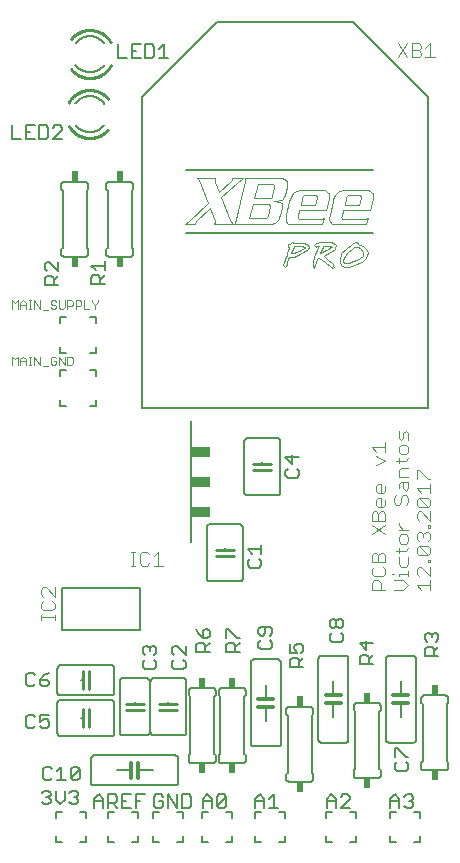
<source format=gto>
G75*
%MOIN*%
%OFA0B0*%
%FSLAX25Y25*%
%IPPOS*%
%LPD*%
%AMOC8*
5,1,8,0,0,1.08239X$1,22.5*
%
%ADD10C,0.00400*%
%ADD11C,0.00600*%
%ADD12C,0.01000*%
%ADD13C,0.00500*%
%ADD14C,0.01200*%
%ADD15C,0.00800*%
%ADD16R,0.02400X0.03400*%
%ADD17C,0.00300*%
%ADD18R,0.06600X0.03800*%
D10*
X0019296Y0089500D02*
X0019296Y0091035D01*
X0019296Y0090267D02*
X0023900Y0090267D01*
X0023900Y0089500D02*
X0023900Y0091035D01*
X0023133Y0092569D02*
X0023900Y0093337D01*
X0023900Y0094871D01*
X0023133Y0095639D01*
X0023900Y0097173D02*
X0020831Y0100242D01*
X0020063Y0100242D01*
X0019296Y0099475D01*
X0019296Y0097941D01*
X0020063Y0097173D01*
X0020063Y0095639D02*
X0019296Y0094871D01*
X0019296Y0093337D01*
X0020063Y0092569D01*
X0023133Y0092569D01*
X0023900Y0097173D02*
X0023900Y0100242D01*
X0049223Y0107500D02*
X0050757Y0107500D01*
X0049990Y0107500D02*
X0049990Y0112104D01*
X0049223Y0112104D02*
X0050757Y0112104D01*
X0052292Y0111337D02*
X0052292Y0108267D01*
X0053059Y0107500D01*
X0054594Y0107500D01*
X0055361Y0108267D01*
X0056896Y0107500D02*
X0059965Y0107500D01*
X0058431Y0107500D02*
X0058431Y0112104D01*
X0056896Y0110569D01*
X0055361Y0111337D02*
X0054594Y0112104D01*
X0053059Y0112104D01*
X0052292Y0111337D01*
X0100604Y0207217D02*
X0100330Y0207381D01*
X0100111Y0207711D01*
X0100111Y0208094D01*
X0100221Y0208533D01*
X0100714Y0209574D01*
X0101043Y0210342D01*
X0101153Y0211055D01*
X0101317Y0211713D01*
X0101591Y0212590D01*
X0101865Y0213248D01*
X0102139Y0213686D01*
X0101701Y0213686D01*
X0101701Y0214618D01*
X0102194Y0214618D01*
X0102633Y0214947D01*
X0103072Y0215386D01*
X0103565Y0215112D01*
X0105539Y0215112D01*
X0107128Y0214947D01*
X0108225Y0214289D01*
X0108499Y0213796D01*
X0108499Y0213577D01*
X0108280Y0213083D01*
X0107951Y0212700D01*
X0107293Y0212261D01*
X0104881Y0211055D01*
X0103620Y0210561D01*
X0102633Y0210342D01*
X0102304Y0210287D01*
X0101920Y0210287D01*
X0101756Y0209794D01*
X0101427Y0208807D01*
X0101153Y0207930D01*
X0100933Y0207546D01*
X0100824Y0207327D01*
X0100604Y0207217D01*
X0102523Y0211713D02*
X0103510Y0213741D01*
X0103620Y0214015D01*
X0106416Y0214015D01*
X0107074Y0213741D01*
X0107238Y0213631D01*
X0107183Y0213467D01*
X0106909Y0213248D01*
X0106032Y0212809D01*
X0105319Y0212316D01*
X0104332Y0212042D01*
X0103620Y0211767D01*
X0103181Y0211713D01*
X0102523Y0211713D01*
X0102139Y0221416D02*
X0101701Y0221526D01*
X0101262Y0221855D01*
X0100988Y0222239D01*
X0100824Y0222842D01*
X0100824Y0223390D01*
X0100933Y0224267D01*
X0102030Y0229146D01*
X0102194Y0229749D01*
X0102852Y0231065D01*
X0103346Y0231778D01*
X0104223Y0232326D01*
X0104881Y0232545D01*
X0105209Y0232600D01*
X0113817Y0232600D01*
X0114420Y0232381D01*
X0115133Y0231833D01*
X0115352Y0231613D01*
X0115352Y0229694D01*
X0114420Y0225912D01*
X0105429Y0225912D01*
X0104990Y0224048D01*
X0104881Y0223719D01*
X0104935Y0223335D01*
X0105155Y0223170D01*
X0113049Y0223170D01*
X0113762Y0223280D01*
X0112994Y0221416D01*
X0102139Y0221416D01*
X0098631Y0223006D02*
X0097809Y0222074D01*
X0097151Y0221745D01*
X0096109Y0221416D01*
X0077085Y0221416D01*
X0077415Y0222019D01*
X0077415Y0222403D01*
X0075660Y0226734D01*
X0071110Y0222293D01*
X0070617Y0221416D01*
X0067382Y0221416D01*
X0068752Y0222403D01*
X0075112Y0228379D01*
X0071987Y0235999D01*
X0071384Y0236602D01*
X0077415Y0236602D01*
X0077415Y0236273D01*
X0077250Y0235944D01*
X0077415Y0235670D01*
X0077415Y0235396D01*
X0078785Y0231942D01*
X0082678Y0235780D01*
X0082897Y0236054D01*
X0083061Y0236383D01*
X0083116Y0236602D01*
X0086570Y0236602D01*
X0085857Y0236109D01*
X0085309Y0235725D01*
X0084541Y0235067D01*
X0079388Y0230243D01*
X0082458Y0222677D01*
X0083335Y0221471D01*
X0083500Y0221471D01*
X0083829Y0221800D01*
X0084267Y0223116D01*
X0084925Y0225583D01*
X0085693Y0228708D01*
X0087118Y0234519D01*
X0087337Y0235506D01*
X0087337Y0236602D01*
X0099782Y0236602D01*
X0100440Y0236438D01*
X0100879Y0236164D01*
X0101207Y0235561D01*
X0101427Y0235012D01*
X0101427Y0234080D01*
X0101262Y0233642D01*
X0100604Y0230901D01*
X0100385Y0230352D01*
X0099563Y0229530D01*
X0098905Y0229256D01*
X0098028Y0229037D01*
X0096931Y0229037D01*
X0098521Y0228817D01*
X0099672Y0228269D01*
X0099727Y0228159D01*
X0099727Y0226679D01*
X0099124Y0224267D01*
X0098741Y0223664D01*
X0098631Y0223006D01*
X0094848Y0224157D02*
X0095670Y0227392D01*
X0095670Y0227556D01*
X0095396Y0227940D01*
X0094958Y0228105D01*
X0089969Y0228105D01*
X0088708Y0223280D01*
X0094026Y0223280D01*
X0094245Y0223390D01*
X0094629Y0223828D01*
X0094848Y0224157D01*
X0095835Y0230078D02*
X0090353Y0230078D01*
X0091504Y0234738D01*
X0096548Y0234738D01*
X0097041Y0234464D01*
X0097096Y0233587D01*
X0096328Y0230681D01*
X0096164Y0230298D01*
X0095835Y0230078D01*
X0105922Y0227666D02*
X0105977Y0227611D01*
X0110692Y0227611D01*
X0111295Y0229969D01*
X0111295Y0230681D01*
X0111130Y0230846D01*
X0110911Y0230901D01*
X0107019Y0230901D01*
X0106690Y0230736D01*
X0106470Y0230352D01*
X0106306Y0229914D01*
X0105922Y0227666D01*
X0110856Y0215002D02*
X0111459Y0215221D01*
X0112172Y0215495D01*
X0115352Y0215495D01*
X0116010Y0215331D01*
X0116777Y0215057D01*
X0117216Y0214783D01*
X0117600Y0214344D01*
X0117709Y0214070D01*
X0117435Y0213577D01*
X0117435Y0213138D01*
X0116996Y0212700D01*
X0116393Y0212316D01*
X0115187Y0211767D01*
X0114036Y0211055D01*
X0113488Y0210726D01*
X0114310Y0209904D01*
X0115352Y0209191D01*
X0116119Y0208588D01*
X0116558Y0208039D01*
X0116777Y0207491D01*
X0116832Y0207162D01*
X0116668Y0206833D01*
X0116503Y0206779D01*
X0116065Y0207107D01*
X0113926Y0208807D01*
X0111898Y0210178D01*
X0111514Y0210178D01*
X0111405Y0209794D01*
X0111021Y0208697D01*
X0110692Y0207711D01*
X0110472Y0207162D01*
X0110472Y0206833D01*
X0109870Y0207381D01*
X0109815Y0208204D01*
X0109924Y0208752D01*
X0110418Y0210507D01*
X0110692Y0211493D01*
X0111295Y0212864D01*
X0111679Y0213577D01*
X0111843Y0213960D01*
X0111459Y0214015D01*
X0111021Y0213686D01*
X0111021Y0213741D01*
X0110856Y0213960D01*
X0110582Y0214125D01*
X0110472Y0214344D01*
X0110528Y0214673D01*
X0110856Y0215002D01*
X0113323Y0213631D02*
X0112282Y0211767D01*
X0112940Y0212096D01*
X0113762Y0212261D01*
X0114475Y0212644D01*
X0115242Y0213083D01*
X0115791Y0213631D01*
X0116174Y0213741D01*
X0116010Y0214070D01*
X0115352Y0214180D01*
X0113378Y0214180D01*
X0113323Y0213631D01*
X0116283Y0221526D02*
X0115845Y0221855D01*
X0115571Y0222239D01*
X0115406Y0222842D01*
X0115406Y0223390D01*
X0115516Y0224267D01*
X0116613Y0229146D01*
X0116777Y0229749D01*
X0117435Y0231065D01*
X0117928Y0231778D01*
X0118806Y0232326D01*
X0119463Y0232545D01*
X0119792Y0232600D01*
X0128400Y0232600D01*
X0129002Y0232381D01*
X0129715Y0231833D01*
X0129935Y0231613D01*
X0129935Y0229694D01*
X0129002Y0225912D01*
X0120011Y0225912D01*
X0119573Y0224048D01*
X0119463Y0223719D01*
X0119518Y0223335D01*
X0119737Y0223170D01*
X0127632Y0223170D01*
X0128344Y0223280D01*
X0127577Y0221416D01*
X0116722Y0221416D01*
X0116283Y0221526D01*
X0120560Y0227611D02*
X0120505Y0227666D01*
X0120889Y0229914D01*
X0121053Y0230352D01*
X0121272Y0230736D01*
X0121602Y0230901D01*
X0125494Y0230901D01*
X0125713Y0230846D01*
X0125878Y0230681D01*
X0125878Y0229969D01*
X0125274Y0227611D01*
X0120560Y0227611D01*
X0124124Y0215495D02*
X0122972Y0214893D01*
X0120889Y0213138D01*
X0119409Y0211658D01*
X0119244Y0211219D01*
X0118970Y0209904D01*
X0118915Y0208807D01*
X0119463Y0207765D01*
X0120396Y0207162D01*
X0121656Y0207162D01*
X0123246Y0207381D01*
X0124288Y0208039D01*
X0125713Y0208369D01*
X0126481Y0209136D01*
X0127522Y0209958D01*
X0128126Y0211055D01*
X0128235Y0211767D01*
X0127961Y0212809D01*
X0127029Y0213577D01*
X0125933Y0214344D01*
X0125165Y0214563D01*
X0125110Y0214837D01*
X0124726Y0215276D01*
X0124178Y0215495D01*
X0123575Y0213631D02*
X0122972Y0213193D01*
X0121547Y0212096D01*
X0120615Y0210835D01*
X0120121Y0209246D01*
X0120067Y0208697D01*
X0120560Y0208423D01*
X0121876Y0208478D01*
X0123191Y0208972D01*
X0124562Y0209410D01*
X0125713Y0210068D01*
X0126810Y0210835D01*
X0126810Y0212151D01*
X0125604Y0213412D01*
X0124946Y0213631D01*
X0123575Y0213631D01*
X0138531Y0152445D02*
X0138531Y0150143D01*
X0139298Y0149376D01*
X0140065Y0150143D01*
X0140065Y0151678D01*
X0140833Y0152445D01*
X0141600Y0151678D01*
X0141600Y0149376D01*
X0140833Y0147841D02*
X0139298Y0147841D01*
X0138531Y0147074D01*
X0138531Y0145539D01*
X0139298Y0144772D01*
X0140833Y0144772D01*
X0141600Y0145539D01*
X0141600Y0147074D01*
X0140833Y0147841D01*
X0141600Y0143237D02*
X0140833Y0142470D01*
X0137763Y0142470D01*
X0138531Y0141703D02*
X0138531Y0143237D01*
X0139298Y0140168D02*
X0138531Y0139401D01*
X0138531Y0137099D01*
X0141600Y0137099D01*
X0141600Y0135564D02*
X0141600Y0133262D01*
X0140833Y0132495D01*
X0140065Y0133262D01*
X0140065Y0135564D01*
X0139298Y0135564D02*
X0141600Y0135564D01*
X0139298Y0135564D02*
X0138531Y0134797D01*
X0138531Y0133262D01*
X0137763Y0130960D02*
X0136996Y0130193D01*
X0136996Y0128658D01*
X0137763Y0127891D01*
X0138531Y0127891D01*
X0139298Y0128658D01*
X0139298Y0130193D01*
X0140065Y0130960D01*
X0140833Y0130960D01*
X0141600Y0130193D01*
X0141600Y0128658D01*
X0140833Y0127891D01*
X0138531Y0121752D02*
X0138531Y0120985D01*
X0140065Y0119450D01*
X0138531Y0119450D02*
X0141600Y0119450D01*
X0140833Y0117916D02*
X0141600Y0117148D01*
X0141600Y0115614D01*
X0140833Y0114846D01*
X0139298Y0114846D01*
X0138531Y0115614D01*
X0138531Y0117148D01*
X0139298Y0117916D01*
X0140833Y0117916D01*
X0141600Y0113312D02*
X0140833Y0112544D01*
X0137763Y0112544D01*
X0138531Y0111777D02*
X0138531Y0113312D01*
X0138531Y0110242D02*
X0138531Y0107941D01*
X0139298Y0107173D01*
X0140833Y0107173D01*
X0141600Y0107941D01*
X0141600Y0110242D01*
X0141600Y0105639D02*
X0141600Y0104104D01*
X0141600Y0104871D02*
X0138531Y0104871D01*
X0138531Y0104104D01*
X0136996Y0104871D02*
X0136229Y0104871D01*
X0134100Y0104871D02*
X0134100Y0106406D01*
X0133333Y0107173D01*
X0134100Y0108708D02*
X0134100Y0111010D01*
X0133333Y0111777D01*
X0132565Y0111777D01*
X0131798Y0111010D01*
X0131798Y0108708D01*
X0130263Y0107173D02*
X0129496Y0106406D01*
X0129496Y0104871D01*
X0130263Y0104104D01*
X0133333Y0104104D01*
X0134100Y0104871D01*
X0131798Y0102569D02*
X0132565Y0101802D01*
X0132565Y0099500D01*
X0134100Y0099500D02*
X0129496Y0099500D01*
X0129496Y0101802D01*
X0130263Y0102569D01*
X0131798Y0102569D01*
X0129496Y0108708D02*
X0129496Y0111010D01*
X0130263Y0111777D01*
X0131031Y0111777D01*
X0131798Y0111010D01*
X0134100Y0108708D02*
X0129496Y0108708D01*
X0129496Y0117916D02*
X0134100Y0120985D01*
X0134100Y0122520D02*
X0134100Y0124822D01*
X0133333Y0125589D01*
X0132565Y0125589D01*
X0131798Y0124822D01*
X0131798Y0122520D01*
X0131798Y0124822D02*
X0131031Y0125589D01*
X0130263Y0125589D01*
X0129496Y0124822D01*
X0129496Y0122520D01*
X0134100Y0122520D01*
X0134100Y0117916D02*
X0129496Y0120985D01*
X0131798Y0127124D02*
X0131031Y0127891D01*
X0131031Y0129426D01*
X0131798Y0130193D01*
X0132565Y0130193D01*
X0132565Y0127124D01*
X0131798Y0127124D02*
X0133333Y0127124D01*
X0134100Y0127891D01*
X0134100Y0129426D01*
X0133333Y0131727D02*
X0131798Y0131727D01*
X0131031Y0132495D01*
X0131031Y0134029D01*
X0131798Y0134797D01*
X0132565Y0134797D01*
X0132565Y0131727D01*
X0133333Y0131727D02*
X0134100Y0132495D01*
X0134100Y0134029D01*
X0131031Y0140935D02*
X0134100Y0142470D01*
X0131031Y0144005D01*
X0131031Y0145539D02*
X0129496Y0147074D01*
X0134100Y0147074D01*
X0134100Y0145539D02*
X0134100Y0148609D01*
X0139298Y0140168D02*
X0141600Y0140168D01*
X0144496Y0139401D02*
X0144496Y0136331D01*
X0144496Y0133262D02*
X0149100Y0133262D01*
X0149100Y0131727D02*
X0149100Y0134797D01*
X0149100Y0136331D02*
X0148333Y0136331D01*
X0145263Y0139401D01*
X0144496Y0139401D01*
X0144496Y0133262D02*
X0146031Y0131727D01*
X0145263Y0130193D02*
X0148333Y0127124D01*
X0149100Y0127891D01*
X0149100Y0129425D01*
X0148333Y0130193D01*
X0145263Y0130193D01*
X0144496Y0129425D01*
X0144496Y0127891D01*
X0145263Y0127124D01*
X0148333Y0127124D01*
X0149100Y0125589D02*
X0149100Y0122520D01*
X0146031Y0125589D01*
X0145263Y0125589D01*
X0144496Y0124822D01*
X0144496Y0123287D01*
X0145263Y0122520D01*
X0145263Y0118683D02*
X0146031Y0118683D01*
X0146798Y0117916D01*
X0147565Y0118683D01*
X0148333Y0118683D01*
X0149100Y0117916D01*
X0149100Y0116381D01*
X0148333Y0115614D01*
X0148333Y0114079D02*
X0149100Y0113312D01*
X0149100Y0111777D01*
X0148333Y0111010D01*
X0145263Y0114079D01*
X0148333Y0114079D01*
X0146798Y0117148D02*
X0146798Y0117916D01*
X0145263Y0118683D02*
X0144496Y0117916D01*
X0144496Y0116381D01*
X0145263Y0115614D01*
X0145263Y0114079D02*
X0144496Y0113312D01*
X0144496Y0111777D01*
X0145263Y0111010D01*
X0148333Y0111010D01*
X0148333Y0109475D02*
X0149100Y0109475D01*
X0149100Y0108708D01*
X0148333Y0108708D01*
X0148333Y0109475D01*
X0149100Y0107173D02*
X0149100Y0104104D01*
X0146031Y0107173D01*
X0145263Y0107173D01*
X0144496Y0106406D01*
X0144496Y0104871D01*
X0145263Y0104104D01*
X0144496Y0101035D02*
X0149100Y0101035D01*
X0149100Y0102569D02*
X0149100Y0099500D01*
X0146031Y0099500D02*
X0144496Y0101035D01*
X0141600Y0101035D02*
X0140065Y0102569D01*
X0136996Y0102569D01*
X0136996Y0099500D02*
X0140065Y0099500D01*
X0141600Y0101035D01*
X0148333Y0120218D02*
X0148333Y0120985D01*
X0149100Y0120985D01*
X0149100Y0120218D01*
X0148333Y0120218D01*
X0148992Y0277000D02*
X0148992Y0281604D01*
X0147458Y0280069D01*
X0145923Y0280069D02*
X0145923Y0280837D01*
X0145156Y0281604D01*
X0142854Y0281604D01*
X0142854Y0277000D01*
X0145156Y0277000D01*
X0145923Y0277767D01*
X0145923Y0278535D01*
X0145156Y0279302D01*
X0142854Y0279302D01*
X0145156Y0279302D02*
X0145923Y0280069D01*
X0147458Y0277000D02*
X0150527Y0277000D01*
X0141319Y0277000D02*
X0138250Y0281604D01*
X0141319Y0281604D02*
X0138250Y0277000D01*
D11*
X0129825Y0239343D02*
X0067546Y0239343D01*
X0067546Y0218456D02*
X0129825Y0218456D01*
X0098050Y0150050D02*
X0088050Y0150050D01*
X0087990Y0150048D01*
X0087929Y0150043D01*
X0087870Y0150034D01*
X0087811Y0150021D01*
X0087752Y0150005D01*
X0087695Y0149985D01*
X0087640Y0149962D01*
X0087585Y0149935D01*
X0087533Y0149906D01*
X0087482Y0149873D01*
X0087433Y0149837D01*
X0087387Y0149799D01*
X0087343Y0149757D01*
X0087301Y0149713D01*
X0087263Y0149667D01*
X0087227Y0149618D01*
X0087194Y0149567D01*
X0087165Y0149515D01*
X0087138Y0149460D01*
X0087115Y0149405D01*
X0087095Y0149348D01*
X0087079Y0149289D01*
X0087066Y0149230D01*
X0087057Y0149171D01*
X0087052Y0149110D01*
X0087050Y0149050D01*
X0087050Y0132050D01*
X0087052Y0131990D01*
X0087057Y0131929D01*
X0087066Y0131870D01*
X0087079Y0131811D01*
X0087095Y0131752D01*
X0087115Y0131695D01*
X0087138Y0131640D01*
X0087165Y0131585D01*
X0087194Y0131533D01*
X0087227Y0131482D01*
X0087263Y0131433D01*
X0087301Y0131387D01*
X0087343Y0131343D01*
X0087387Y0131301D01*
X0087433Y0131263D01*
X0087482Y0131227D01*
X0087533Y0131194D01*
X0087585Y0131165D01*
X0087640Y0131138D01*
X0087695Y0131115D01*
X0087752Y0131095D01*
X0087811Y0131079D01*
X0087870Y0131066D01*
X0087929Y0131057D01*
X0087990Y0131052D01*
X0088050Y0131050D01*
X0098050Y0131050D01*
X0098110Y0131052D01*
X0098171Y0131057D01*
X0098230Y0131066D01*
X0098289Y0131079D01*
X0098348Y0131095D01*
X0098405Y0131115D01*
X0098460Y0131138D01*
X0098515Y0131165D01*
X0098567Y0131194D01*
X0098618Y0131227D01*
X0098667Y0131263D01*
X0098713Y0131301D01*
X0098757Y0131343D01*
X0098799Y0131387D01*
X0098837Y0131433D01*
X0098873Y0131482D01*
X0098906Y0131533D01*
X0098935Y0131585D01*
X0098962Y0131640D01*
X0098985Y0131695D01*
X0099005Y0131752D01*
X0099021Y0131811D01*
X0099034Y0131870D01*
X0099043Y0131929D01*
X0099048Y0131990D01*
X0099050Y0132050D01*
X0099050Y0149050D01*
X0099048Y0149110D01*
X0099043Y0149171D01*
X0099034Y0149230D01*
X0099021Y0149289D01*
X0099005Y0149348D01*
X0098985Y0149405D01*
X0098962Y0149460D01*
X0098935Y0149515D01*
X0098906Y0149567D01*
X0098873Y0149618D01*
X0098837Y0149667D01*
X0098799Y0149713D01*
X0098757Y0149757D01*
X0098713Y0149799D01*
X0098667Y0149837D01*
X0098618Y0149873D01*
X0098567Y0149906D01*
X0098515Y0149935D01*
X0098460Y0149962D01*
X0098405Y0149985D01*
X0098348Y0150005D01*
X0098289Y0150021D01*
X0098230Y0150034D01*
X0098171Y0150043D01*
X0098110Y0150048D01*
X0098050Y0150050D01*
X0093050Y0142050D02*
X0093050Y0141550D01*
X0093050Y0139550D02*
X0093050Y0139050D01*
X0085550Y0121300D02*
X0075550Y0121300D01*
X0075490Y0121298D01*
X0075429Y0121293D01*
X0075370Y0121284D01*
X0075311Y0121271D01*
X0075252Y0121255D01*
X0075195Y0121235D01*
X0075140Y0121212D01*
X0075085Y0121185D01*
X0075033Y0121156D01*
X0074982Y0121123D01*
X0074933Y0121087D01*
X0074887Y0121049D01*
X0074843Y0121007D01*
X0074801Y0120963D01*
X0074763Y0120917D01*
X0074727Y0120868D01*
X0074694Y0120817D01*
X0074665Y0120765D01*
X0074638Y0120710D01*
X0074615Y0120655D01*
X0074595Y0120598D01*
X0074579Y0120539D01*
X0074566Y0120480D01*
X0074557Y0120421D01*
X0074552Y0120360D01*
X0074550Y0120300D01*
X0074550Y0103300D01*
X0074552Y0103240D01*
X0074557Y0103179D01*
X0074566Y0103120D01*
X0074579Y0103061D01*
X0074595Y0103002D01*
X0074615Y0102945D01*
X0074638Y0102890D01*
X0074665Y0102835D01*
X0074694Y0102783D01*
X0074727Y0102732D01*
X0074763Y0102683D01*
X0074801Y0102637D01*
X0074843Y0102593D01*
X0074887Y0102551D01*
X0074933Y0102513D01*
X0074982Y0102477D01*
X0075033Y0102444D01*
X0075085Y0102415D01*
X0075140Y0102388D01*
X0075195Y0102365D01*
X0075252Y0102345D01*
X0075311Y0102329D01*
X0075370Y0102316D01*
X0075429Y0102307D01*
X0075490Y0102302D01*
X0075550Y0102300D01*
X0085550Y0102300D01*
X0085610Y0102302D01*
X0085671Y0102307D01*
X0085730Y0102316D01*
X0085789Y0102329D01*
X0085848Y0102345D01*
X0085905Y0102365D01*
X0085960Y0102388D01*
X0086015Y0102415D01*
X0086067Y0102444D01*
X0086118Y0102477D01*
X0086167Y0102513D01*
X0086213Y0102551D01*
X0086257Y0102593D01*
X0086299Y0102637D01*
X0086337Y0102683D01*
X0086373Y0102732D01*
X0086406Y0102783D01*
X0086435Y0102835D01*
X0086462Y0102890D01*
X0086485Y0102945D01*
X0086505Y0103002D01*
X0086521Y0103061D01*
X0086534Y0103120D01*
X0086543Y0103179D01*
X0086548Y0103240D01*
X0086550Y0103300D01*
X0086550Y0120300D01*
X0086548Y0120360D01*
X0086543Y0120421D01*
X0086534Y0120480D01*
X0086521Y0120539D01*
X0086505Y0120598D01*
X0086485Y0120655D01*
X0086462Y0120710D01*
X0086435Y0120765D01*
X0086406Y0120817D01*
X0086373Y0120868D01*
X0086337Y0120917D01*
X0086299Y0120963D01*
X0086257Y0121007D01*
X0086213Y0121049D01*
X0086167Y0121087D01*
X0086118Y0121123D01*
X0086067Y0121156D01*
X0086015Y0121185D01*
X0085960Y0121212D01*
X0085905Y0121235D01*
X0085848Y0121255D01*
X0085789Y0121271D01*
X0085730Y0121284D01*
X0085671Y0121293D01*
X0085610Y0121298D01*
X0085550Y0121300D01*
X0080550Y0113300D02*
X0080550Y0112800D01*
X0080550Y0110800D02*
X0080550Y0110300D01*
X0090300Y0076300D02*
X0098300Y0076300D01*
X0098360Y0076298D01*
X0098421Y0076293D01*
X0098480Y0076284D01*
X0098539Y0076271D01*
X0098598Y0076255D01*
X0098655Y0076235D01*
X0098710Y0076212D01*
X0098765Y0076185D01*
X0098817Y0076156D01*
X0098868Y0076123D01*
X0098917Y0076087D01*
X0098963Y0076049D01*
X0099007Y0076007D01*
X0099049Y0075963D01*
X0099087Y0075917D01*
X0099123Y0075868D01*
X0099156Y0075817D01*
X0099185Y0075765D01*
X0099212Y0075710D01*
X0099235Y0075655D01*
X0099255Y0075598D01*
X0099271Y0075539D01*
X0099284Y0075480D01*
X0099293Y0075421D01*
X0099298Y0075360D01*
X0099300Y0075300D01*
X0099300Y0048300D01*
X0099298Y0048240D01*
X0099293Y0048179D01*
X0099284Y0048120D01*
X0099271Y0048061D01*
X0099255Y0048002D01*
X0099235Y0047945D01*
X0099212Y0047890D01*
X0099185Y0047835D01*
X0099156Y0047783D01*
X0099123Y0047732D01*
X0099087Y0047683D01*
X0099049Y0047637D01*
X0099007Y0047593D01*
X0098963Y0047551D01*
X0098917Y0047513D01*
X0098868Y0047477D01*
X0098817Y0047444D01*
X0098765Y0047415D01*
X0098710Y0047388D01*
X0098655Y0047365D01*
X0098598Y0047345D01*
X0098539Y0047329D01*
X0098480Y0047316D01*
X0098421Y0047307D01*
X0098360Y0047302D01*
X0098300Y0047300D01*
X0090300Y0047300D01*
X0090240Y0047302D01*
X0090179Y0047307D01*
X0090120Y0047316D01*
X0090061Y0047329D01*
X0090002Y0047345D01*
X0089945Y0047365D01*
X0089890Y0047388D01*
X0089835Y0047415D01*
X0089783Y0047444D01*
X0089732Y0047477D01*
X0089683Y0047513D01*
X0089637Y0047551D01*
X0089593Y0047593D01*
X0089551Y0047637D01*
X0089513Y0047683D01*
X0089477Y0047732D01*
X0089444Y0047783D01*
X0089415Y0047835D01*
X0089388Y0047890D01*
X0089365Y0047945D01*
X0089345Y0048002D01*
X0089329Y0048061D01*
X0089316Y0048120D01*
X0089307Y0048179D01*
X0089302Y0048240D01*
X0089300Y0048300D01*
X0089300Y0075300D01*
X0089302Y0075360D01*
X0089307Y0075421D01*
X0089316Y0075480D01*
X0089329Y0075539D01*
X0089345Y0075598D01*
X0089365Y0075655D01*
X0089388Y0075710D01*
X0089415Y0075765D01*
X0089444Y0075817D01*
X0089477Y0075868D01*
X0089513Y0075917D01*
X0089551Y0075963D01*
X0089593Y0076007D01*
X0089637Y0076049D01*
X0089683Y0076087D01*
X0089732Y0076123D01*
X0089783Y0076156D01*
X0089835Y0076185D01*
X0089890Y0076212D01*
X0089945Y0076235D01*
X0090002Y0076255D01*
X0090061Y0076271D01*
X0090120Y0076284D01*
X0090179Y0076293D01*
X0090240Y0076298D01*
X0090300Y0076300D01*
X0094300Y0067800D02*
X0094300Y0063000D01*
X0094300Y0060500D02*
X0094300Y0055800D01*
X0101050Y0058050D02*
X0101050Y0059550D01*
X0101052Y0059610D01*
X0101057Y0059671D01*
X0101066Y0059730D01*
X0101079Y0059789D01*
X0101095Y0059848D01*
X0101115Y0059905D01*
X0101138Y0059960D01*
X0101165Y0060015D01*
X0101194Y0060067D01*
X0101227Y0060118D01*
X0101263Y0060167D01*
X0101301Y0060213D01*
X0101343Y0060257D01*
X0101387Y0060299D01*
X0101433Y0060337D01*
X0101482Y0060373D01*
X0101533Y0060406D01*
X0101585Y0060435D01*
X0101640Y0060462D01*
X0101695Y0060485D01*
X0101752Y0060505D01*
X0101811Y0060521D01*
X0101870Y0060534D01*
X0101929Y0060543D01*
X0101990Y0060548D01*
X0102050Y0060550D01*
X0109050Y0060550D01*
X0109110Y0060548D01*
X0109171Y0060543D01*
X0109230Y0060534D01*
X0109289Y0060521D01*
X0109348Y0060505D01*
X0109405Y0060485D01*
X0109460Y0060462D01*
X0109515Y0060435D01*
X0109567Y0060406D01*
X0109618Y0060373D01*
X0109667Y0060337D01*
X0109713Y0060299D01*
X0109757Y0060257D01*
X0109799Y0060213D01*
X0109837Y0060167D01*
X0109873Y0060118D01*
X0109906Y0060067D01*
X0109935Y0060015D01*
X0109962Y0059960D01*
X0109985Y0059905D01*
X0110005Y0059848D01*
X0110021Y0059789D01*
X0110034Y0059730D01*
X0110043Y0059671D01*
X0110048Y0059610D01*
X0110050Y0059550D01*
X0110050Y0058050D01*
X0109550Y0057550D01*
X0109550Y0038550D01*
X0110050Y0038050D01*
X0110050Y0036550D01*
X0110048Y0036490D01*
X0110043Y0036429D01*
X0110034Y0036370D01*
X0110021Y0036311D01*
X0110005Y0036252D01*
X0109985Y0036195D01*
X0109962Y0036140D01*
X0109935Y0036085D01*
X0109906Y0036033D01*
X0109873Y0035982D01*
X0109837Y0035933D01*
X0109799Y0035887D01*
X0109757Y0035843D01*
X0109713Y0035801D01*
X0109667Y0035763D01*
X0109618Y0035727D01*
X0109567Y0035694D01*
X0109515Y0035665D01*
X0109460Y0035638D01*
X0109405Y0035615D01*
X0109348Y0035595D01*
X0109289Y0035579D01*
X0109230Y0035566D01*
X0109171Y0035557D01*
X0109110Y0035552D01*
X0109050Y0035550D01*
X0102050Y0035550D01*
X0101990Y0035552D01*
X0101929Y0035557D01*
X0101870Y0035566D01*
X0101811Y0035579D01*
X0101752Y0035595D01*
X0101695Y0035615D01*
X0101640Y0035638D01*
X0101585Y0035665D01*
X0101533Y0035694D01*
X0101482Y0035727D01*
X0101433Y0035763D01*
X0101387Y0035801D01*
X0101343Y0035843D01*
X0101301Y0035887D01*
X0101263Y0035933D01*
X0101227Y0035982D01*
X0101194Y0036033D01*
X0101165Y0036085D01*
X0101138Y0036140D01*
X0101115Y0036195D01*
X0101095Y0036252D01*
X0101079Y0036311D01*
X0101066Y0036370D01*
X0101057Y0036429D01*
X0101052Y0036490D01*
X0101050Y0036550D01*
X0101050Y0038050D01*
X0101550Y0038550D01*
X0101550Y0057550D01*
X0101050Y0058050D01*
X0111800Y0049550D02*
X0111800Y0076550D01*
X0111802Y0076610D01*
X0111807Y0076671D01*
X0111816Y0076730D01*
X0111829Y0076789D01*
X0111845Y0076848D01*
X0111865Y0076905D01*
X0111888Y0076960D01*
X0111915Y0077015D01*
X0111944Y0077067D01*
X0111977Y0077118D01*
X0112013Y0077167D01*
X0112051Y0077213D01*
X0112093Y0077257D01*
X0112137Y0077299D01*
X0112183Y0077337D01*
X0112232Y0077373D01*
X0112283Y0077406D01*
X0112335Y0077435D01*
X0112390Y0077462D01*
X0112445Y0077485D01*
X0112502Y0077505D01*
X0112561Y0077521D01*
X0112620Y0077534D01*
X0112679Y0077543D01*
X0112740Y0077548D01*
X0112800Y0077550D01*
X0120800Y0077550D01*
X0120860Y0077548D01*
X0120921Y0077543D01*
X0120980Y0077534D01*
X0121039Y0077521D01*
X0121098Y0077505D01*
X0121155Y0077485D01*
X0121210Y0077462D01*
X0121265Y0077435D01*
X0121317Y0077406D01*
X0121368Y0077373D01*
X0121417Y0077337D01*
X0121463Y0077299D01*
X0121507Y0077257D01*
X0121549Y0077213D01*
X0121587Y0077167D01*
X0121623Y0077118D01*
X0121656Y0077067D01*
X0121685Y0077015D01*
X0121712Y0076960D01*
X0121735Y0076905D01*
X0121755Y0076848D01*
X0121771Y0076789D01*
X0121784Y0076730D01*
X0121793Y0076671D01*
X0121798Y0076610D01*
X0121800Y0076550D01*
X0121800Y0049550D01*
X0121798Y0049490D01*
X0121793Y0049429D01*
X0121784Y0049370D01*
X0121771Y0049311D01*
X0121755Y0049252D01*
X0121735Y0049195D01*
X0121712Y0049140D01*
X0121685Y0049085D01*
X0121656Y0049033D01*
X0121623Y0048982D01*
X0121587Y0048933D01*
X0121549Y0048887D01*
X0121507Y0048843D01*
X0121463Y0048801D01*
X0121417Y0048763D01*
X0121368Y0048727D01*
X0121317Y0048694D01*
X0121265Y0048665D01*
X0121210Y0048638D01*
X0121155Y0048615D01*
X0121098Y0048595D01*
X0121039Y0048579D01*
X0120980Y0048566D01*
X0120921Y0048557D01*
X0120860Y0048552D01*
X0120800Y0048550D01*
X0112800Y0048550D01*
X0112740Y0048552D01*
X0112679Y0048557D01*
X0112620Y0048566D01*
X0112561Y0048579D01*
X0112502Y0048595D01*
X0112445Y0048615D01*
X0112390Y0048638D01*
X0112335Y0048665D01*
X0112283Y0048694D01*
X0112232Y0048727D01*
X0112183Y0048763D01*
X0112137Y0048801D01*
X0112093Y0048843D01*
X0112051Y0048887D01*
X0112013Y0048933D01*
X0111977Y0048982D01*
X0111944Y0049033D01*
X0111915Y0049085D01*
X0111888Y0049140D01*
X0111865Y0049195D01*
X0111845Y0049252D01*
X0111829Y0049311D01*
X0111816Y0049370D01*
X0111807Y0049429D01*
X0111802Y0049490D01*
X0111800Y0049550D01*
X0116800Y0057050D02*
X0116800Y0061750D01*
X0116800Y0064250D02*
X0116800Y0069050D01*
X0124550Y0061800D02*
X0131550Y0061800D01*
X0131610Y0061798D01*
X0131671Y0061793D01*
X0131730Y0061784D01*
X0131789Y0061771D01*
X0131848Y0061755D01*
X0131905Y0061735D01*
X0131960Y0061712D01*
X0132015Y0061685D01*
X0132067Y0061656D01*
X0132118Y0061623D01*
X0132167Y0061587D01*
X0132213Y0061549D01*
X0132257Y0061507D01*
X0132299Y0061463D01*
X0132337Y0061417D01*
X0132373Y0061368D01*
X0132406Y0061317D01*
X0132435Y0061265D01*
X0132462Y0061210D01*
X0132485Y0061155D01*
X0132505Y0061098D01*
X0132521Y0061039D01*
X0132534Y0060980D01*
X0132543Y0060921D01*
X0132548Y0060860D01*
X0132550Y0060800D01*
X0132550Y0059300D01*
X0132050Y0058800D01*
X0132050Y0039800D01*
X0132550Y0039300D01*
X0132550Y0037800D01*
X0132548Y0037740D01*
X0132543Y0037679D01*
X0132534Y0037620D01*
X0132521Y0037561D01*
X0132505Y0037502D01*
X0132485Y0037445D01*
X0132462Y0037390D01*
X0132435Y0037335D01*
X0132406Y0037283D01*
X0132373Y0037232D01*
X0132337Y0037183D01*
X0132299Y0037137D01*
X0132257Y0037093D01*
X0132213Y0037051D01*
X0132167Y0037013D01*
X0132118Y0036977D01*
X0132067Y0036944D01*
X0132015Y0036915D01*
X0131960Y0036888D01*
X0131905Y0036865D01*
X0131848Y0036845D01*
X0131789Y0036829D01*
X0131730Y0036816D01*
X0131671Y0036807D01*
X0131610Y0036802D01*
X0131550Y0036800D01*
X0124550Y0036800D01*
X0124490Y0036802D01*
X0124429Y0036807D01*
X0124370Y0036816D01*
X0124311Y0036829D01*
X0124252Y0036845D01*
X0124195Y0036865D01*
X0124140Y0036888D01*
X0124085Y0036915D01*
X0124033Y0036944D01*
X0123982Y0036977D01*
X0123933Y0037013D01*
X0123887Y0037051D01*
X0123843Y0037093D01*
X0123801Y0037137D01*
X0123763Y0037183D01*
X0123727Y0037232D01*
X0123694Y0037283D01*
X0123665Y0037335D01*
X0123638Y0037390D01*
X0123615Y0037445D01*
X0123595Y0037502D01*
X0123579Y0037561D01*
X0123566Y0037620D01*
X0123557Y0037679D01*
X0123552Y0037740D01*
X0123550Y0037800D01*
X0123550Y0039300D01*
X0124050Y0039800D01*
X0124050Y0058800D01*
X0123550Y0059300D01*
X0123550Y0060800D01*
X0123552Y0060860D01*
X0123557Y0060921D01*
X0123566Y0060980D01*
X0123579Y0061039D01*
X0123595Y0061098D01*
X0123615Y0061155D01*
X0123638Y0061210D01*
X0123665Y0061265D01*
X0123694Y0061317D01*
X0123727Y0061368D01*
X0123763Y0061417D01*
X0123801Y0061463D01*
X0123843Y0061507D01*
X0123887Y0061549D01*
X0123933Y0061587D01*
X0123982Y0061623D01*
X0124033Y0061656D01*
X0124085Y0061685D01*
X0124140Y0061712D01*
X0124195Y0061735D01*
X0124252Y0061755D01*
X0124311Y0061771D01*
X0124370Y0061784D01*
X0124429Y0061793D01*
X0124490Y0061798D01*
X0124550Y0061800D01*
X0134300Y0049550D02*
X0134300Y0076550D01*
X0134302Y0076610D01*
X0134307Y0076671D01*
X0134316Y0076730D01*
X0134329Y0076789D01*
X0134345Y0076848D01*
X0134365Y0076905D01*
X0134388Y0076960D01*
X0134415Y0077015D01*
X0134444Y0077067D01*
X0134477Y0077118D01*
X0134513Y0077167D01*
X0134551Y0077213D01*
X0134593Y0077257D01*
X0134637Y0077299D01*
X0134683Y0077337D01*
X0134732Y0077373D01*
X0134783Y0077406D01*
X0134835Y0077435D01*
X0134890Y0077462D01*
X0134945Y0077485D01*
X0135002Y0077505D01*
X0135061Y0077521D01*
X0135120Y0077534D01*
X0135179Y0077543D01*
X0135240Y0077548D01*
X0135300Y0077550D01*
X0143300Y0077550D01*
X0143360Y0077548D01*
X0143421Y0077543D01*
X0143480Y0077534D01*
X0143539Y0077521D01*
X0143598Y0077505D01*
X0143655Y0077485D01*
X0143710Y0077462D01*
X0143765Y0077435D01*
X0143817Y0077406D01*
X0143868Y0077373D01*
X0143917Y0077337D01*
X0143963Y0077299D01*
X0144007Y0077257D01*
X0144049Y0077213D01*
X0144087Y0077167D01*
X0144123Y0077118D01*
X0144156Y0077067D01*
X0144185Y0077015D01*
X0144212Y0076960D01*
X0144235Y0076905D01*
X0144255Y0076848D01*
X0144271Y0076789D01*
X0144284Y0076730D01*
X0144293Y0076671D01*
X0144298Y0076610D01*
X0144300Y0076550D01*
X0144300Y0049550D01*
X0144298Y0049490D01*
X0144293Y0049429D01*
X0144284Y0049370D01*
X0144271Y0049311D01*
X0144255Y0049252D01*
X0144235Y0049195D01*
X0144212Y0049140D01*
X0144185Y0049085D01*
X0144156Y0049033D01*
X0144123Y0048982D01*
X0144087Y0048933D01*
X0144049Y0048887D01*
X0144007Y0048843D01*
X0143963Y0048801D01*
X0143917Y0048763D01*
X0143868Y0048727D01*
X0143817Y0048694D01*
X0143765Y0048665D01*
X0143710Y0048638D01*
X0143655Y0048615D01*
X0143598Y0048595D01*
X0143539Y0048579D01*
X0143480Y0048566D01*
X0143421Y0048557D01*
X0143360Y0048552D01*
X0143300Y0048550D01*
X0135300Y0048550D01*
X0135240Y0048552D01*
X0135179Y0048557D01*
X0135120Y0048566D01*
X0135061Y0048579D01*
X0135002Y0048595D01*
X0134945Y0048615D01*
X0134890Y0048638D01*
X0134835Y0048665D01*
X0134783Y0048694D01*
X0134732Y0048727D01*
X0134683Y0048763D01*
X0134637Y0048801D01*
X0134593Y0048843D01*
X0134551Y0048887D01*
X0134513Y0048933D01*
X0134477Y0048982D01*
X0134444Y0049033D01*
X0134415Y0049085D01*
X0134388Y0049140D01*
X0134365Y0049195D01*
X0134345Y0049252D01*
X0134329Y0049311D01*
X0134316Y0049370D01*
X0134307Y0049429D01*
X0134302Y0049490D01*
X0134300Y0049550D01*
X0139300Y0057050D02*
X0139300Y0061850D01*
X0139300Y0064350D02*
X0139300Y0069050D01*
X0146050Y0063300D02*
X0146050Y0061800D01*
X0146550Y0061300D01*
X0146550Y0042300D01*
X0146050Y0041800D01*
X0146050Y0040300D01*
X0146052Y0040240D01*
X0146057Y0040179D01*
X0146066Y0040120D01*
X0146079Y0040061D01*
X0146095Y0040002D01*
X0146115Y0039945D01*
X0146138Y0039890D01*
X0146165Y0039835D01*
X0146194Y0039783D01*
X0146227Y0039732D01*
X0146263Y0039683D01*
X0146301Y0039637D01*
X0146343Y0039593D01*
X0146387Y0039551D01*
X0146433Y0039513D01*
X0146482Y0039477D01*
X0146533Y0039444D01*
X0146585Y0039415D01*
X0146640Y0039388D01*
X0146695Y0039365D01*
X0146752Y0039345D01*
X0146811Y0039329D01*
X0146870Y0039316D01*
X0146929Y0039307D01*
X0146990Y0039302D01*
X0147050Y0039300D01*
X0154050Y0039300D01*
X0154110Y0039302D01*
X0154171Y0039307D01*
X0154230Y0039316D01*
X0154289Y0039329D01*
X0154348Y0039345D01*
X0154405Y0039365D01*
X0154460Y0039388D01*
X0154515Y0039415D01*
X0154567Y0039444D01*
X0154618Y0039477D01*
X0154667Y0039513D01*
X0154713Y0039551D01*
X0154757Y0039593D01*
X0154799Y0039637D01*
X0154837Y0039683D01*
X0154873Y0039732D01*
X0154906Y0039783D01*
X0154935Y0039835D01*
X0154962Y0039890D01*
X0154985Y0039945D01*
X0155005Y0040002D01*
X0155021Y0040061D01*
X0155034Y0040120D01*
X0155043Y0040179D01*
X0155048Y0040240D01*
X0155050Y0040300D01*
X0155050Y0041800D01*
X0154550Y0042300D01*
X0154550Y0061300D01*
X0155050Y0061800D01*
X0155050Y0063300D01*
X0155048Y0063360D01*
X0155043Y0063421D01*
X0155034Y0063480D01*
X0155021Y0063539D01*
X0155005Y0063598D01*
X0154985Y0063655D01*
X0154962Y0063710D01*
X0154935Y0063765D01*
X0154906Y0063817D01*
X0154873Y0063868D01*
X0154837Y0063917D01*
X0154799Y0063963D01*
X0154757Y0064007D01*
X0154713Y0064049D01*
X0154667Y0064087D01*
X0154618Y0064123D01*
X0154567Y0064156D01*
X0154515Y0064185D01*
X0154460Y0064212D01*
X0154405Y0064235D01*
X0154348Y0064255D01*
X0154289Y0064271D01*
X0154230Y0064284D01*
X0154171Y0064293D01*
X0154110Y0064298D01*
X0154050Y0064300D01*
X0147050Y0064300D01*
X0146990Y0064298D01*
X0146929Y0064293D01*
X0146870Y0064284D01*
X0146811Y0064271D01*
X0146752Y0064255D01*
X0146695Y0064235D01*
X0146640Y0064212D01*
X0146585Y0064185D01*
X0146533Y0064156D01*
X0146482Y0064123D01*
X0146433Y0064087D01*
X0146387Y0064049D01*
X0146343Y0064007D01*
X0146301Y0063963D01*
X0146263Y0063917D01*
X0146227Y0063868D01*
X0146194Y0063817D01*
X0146165Y0063765D01*
X0146138Y0063710D01*
X0146115Y0063655D01*
X0146095Y0063598D01*
X0146079Y0063539D01*
X0146066Y0063480D01*
X0146057Y0063421D01*
X0146052Y0063360D01*
X0146050Y0063300D01*
X0145550Y0025550D02*
X0143550Y0025550D01*
X0145550Y0025550D02*
X0145550Y0023550D01*
X0145550Y0017550D02*
X0145550Y0015550D01*
X0143550Y0015550D01*
X0137550Y0015550D02*
X0135550Y0015550D01*
X0135550Y0017550D01*
X0135550Y0023550D02*
X0135550Y0025550D01*
X0137550Y0025550D01*
X0124300Y0025550D02*
X0122300Y0025550D01*
X0124300Y0025550D02*
X0124300Y0023550D01*
X0124300Y0017550D02*
X0124300Y0015550D01*
X0122300Y0015550D01*
X0116300Y0015550D02*
X0114300Y0015550D01*
X0114300Y0017550D01*
X0114300Y0023550D02*
X0114300Y0025550D01*
X0116300Y0025550D01*
X0100550Y0025550D02*
X0098550Y0025550D01*
X0100550Y0025550D02*
X0100550Y0023550D01*
X0100550Y0017550D02*
X0100550Y0015550D01*
X0098550Y0015550D01*
X0092550Y0015550D02*
X0090550Y0015550D01*
X0090550Y0017550D01*
X0090550Y0023550D02*
X0090550Y0025550D01*
X0092550Y0025550D01*
X0083050Y0025550D02*
X0081050Y0025550D01*
X0083050Y0025550D02*
X0083050Y0023550D01*
X0083050Y0017550D02*
X0083050Y0015550D01*
X0081050Y0015550D01*
X0075050Y0015550D02*
X0073050Y0015550D01*
X0073050Y0017550D01*
X0073050Y0023550D02*
X0073050Y0025550D01*
X0075050Y0025550D01*
X0066800Y0025550D02*
X0064800Y0025550D01*
X0066800Y0025550D02*
X0066800Y0023550D01*
X0066800Y0017550D02*
X0066800Y0015550D01*
X0064800Y0015550D01*
X0058800Y0015550D02*
X0056800Y0015550D01*
X0056800Y0017550D01*
X0056800Y0023550D02*
X0056800Y0025550D01*
X0058800Y0025550D01*
X0064050Y0034300D02*
X0037050Y0034300D01*
X0036990Y0034302D01*
X0036929Y0034307D01*
X0036870Y0034316D01*
X0036811Y0034329D01*
X0036752Y0034345D01*
X0036695Y0034365D01*
X0036640Y0034388D01*
X0036585Y0034415D01*
X0036533Y0034444D01*
X0036482Y0034477D01*
X0036433Y0034513D01*
X0036387Y0034551D01*
X0036343Y0034593D01*
X0036301Y0034637D01*
X0036263Y0034683D01*
X0036227Y0034732D01*
X0036194Y0034783D01*
X0036165Y0034835D01*
X0036138Y0034890D01*
X0036115Y0034945D01*
X0036095Y0035002D01*
X0036079Y0035061D01*
X0036066Y0035120D01*
X0036057Y0035179D01*
X0036052Y0035240D01*
X0036050Y0035300D01*
X0036050Y0043300D01*
X0036052Y0043360D01*
X0036057Y0043421D01*
X0036066Y0043480D01*
X0036079Y0043539D01*
X0036095Y0043598D01*
X0036115Y0043655D01*
X0036138Y0043710D01*
X0036165Y0043765D01*
X0036194Y0043817D01*
X0036227Y0043868D01*
X0036263Y0043917D01*
X0036301Y0043963D01*
X0036343Y0044007D01*
X0036387Y0044049D01*
X0036433Y0044087D01*
X0036482Y0044123D01*
X0036533Y0044156D01*
X0036585Y0044185D01*
X0036640Y0044212D01*
X0036695Y0044235D01*
X0036752Y0044255D01*
X0036811Y0044271D01*
X0036870Y0044284D01*
X0036929Y0044293D01*
X0036990Y0044298D01*
X0037050Y0044300D01*
X0064050Y0044300D01*
X0064110Y0044298D01*
X0064171Y0044293D01*
X0064230Y0044284D01*
X0064289Y0044271D01*
X0064348Y0044255D01*
X0064405Y0044235D01*
X0064460Y0044212D01*
X0064515Y0044185D01*
X0064567Y0044156D01*
X0064618Y0044123D01*
X0064667Y0044087D01*
X0064713Y0044049D01*
X0064757Y0044007D01*
X0064799Y0043963D01*
X0064837Y0043917D01*
X0064873Y0043868D01*
X0064906Y0043817D01*
X0064935Y0043765D01*
X0064962Y0043710D01*
X0064985Y0043655D01*
X0065005Y0043598D01*
X0065021Y0043539D01*
X0065034Y0043480D01*
X0065043Y0043421D01*
X0065048Y0043360D01*
X0065050Y0043300D01*
X0065050Y0035300D01*
X0065048Y0035240D01*
X0065043Y0035179D01*
X0065034Y0035120D01*
X0065021Y0035061D01*
X0065005Y0035002D01*
X0064985Y0034945D01*
X0064962Y0034890D01*
X0064935Y0034835D01*
X0064906Y0034783D01*
X0064873Y0034732D01*
X0064837Y0034683D01*
X0064799Y0034637D01*
X0064757Y0034593D01*
X0064713Y0034551D01*
X0064667Y0034513D01*
X0064618Y0034477D01*
X0064567Y0034444D01*
X0064515Y0034415D01*
X0064460Y0034388D01*
X0064405Y0034365D01*
X0064348Y0034345D01*
X0064289Y0034329D01*
X0064230Y0034316D01*
X0064171Y0034307D01*
X0064110Y0034302D01*
X0064050Y0034300D01*
X0069550Y0041800D02*
X0076550Y0041800D01*
X0076610Y0041802D01*
X0076671Y0041807D01*
X0076730Y0041816D01*
X0076789Y0041829D01*
X0076848Y0041845D01*
X0076905Y0041865D01*
X0076960Y0041888D01*
X0077015Y0041915D01*
X0077067Y0041944D01*
X0077118Y0041977D01*
X0077167Y0042013D01*
X0077213Y0042051D01*
X0077257Y0042093D01*
X0077299Y0042137D01*
X0077337Y0042183D01*
X0077373Y0042232D01*
X0077406Y0042283D01*
X0077435Y0042335D01*
X0077462Y0042390D01*
X0077485Y0042445D01*
X0077505Y0042502D01*
X0077521Y0042561D01*
X0077534Y0042620D01*
X0077543Y0042679D01*
X0077548Y0042740D01*
X0077550Y0042800D01*
X0077550Y0044300D01*
X0077050Y0044800D01*
X0077050Y0063800D01*
X0077550Y0064300D01*
X0077550Y0065800D01*
X0078550Y0065800D02*
X0078550Y0064300D01*
X0079050Y0063800D01*
X0079050Y0044800D01*
X0078550Y0044300D01*
X0078550Y0042800D01*
X0078552Y0042740D01*
X0078557Y0042679D01*
X0078566Y0042620D01*
X0078579Y0042561D01*
X0078595Y0042502D01*
X0078615Y0042445D01*
X0078638Y0042390D01*
X0078665Y0042335D01*
X0078694Y0042283D01*
X0078727Y0042232D01*
X0078763Y0042183D01*
X0078801Y0042137D01*
X0078843Y0042093D01*
X0078887Y0042051D01*
X0078933Y0042013D01*
X0078982Y0041977D01*
X0079033Y0041944D01*
X0079085Y0041915D01*
X0079140Y0041888D01*
X0079195Y0041865D01*
X0079252Y0041845D01*
X0079311Y0041829D01*
X0079370Y0041816D01*
X0079429Y0041807D01*
X0079490Y0041802D01*
X0079550Y0041800D01*
X0086550Y0041800D01*
X0086610Y0041802D01*
X0086671Y0041807D01*
X0086730Y0041816D01*
X0086789Y0041829D01*
X0086848Y0041845D01*
X0086905Y0041865D01*
X0086960Y0041888D01*
X0087015Y0041915D01*
X0087067Y0041944D01*
X0087118Y0041977D01*
X0087167Y0042013D01*
X0087213Y0042051D01*
X0087257Y0042093D01*
X0087299Y0042137D01*
X0087337Y0042183D01*
X0087373Y0042232D01*
X0087406Y0042283D01*
X0087435Y0042335D01*
X0087462Y0042390D01*
X0087485Y0042445D01*
X0087505Y0042502D01*
X0087521Y0042561D01*
X0087534Y0042620D01*
X0087543Y0042679D01*
X0087548Y0042740D01*
X0087550Y0042800D01*
X0087550Y0044300D01*
X0087050Y0044800D01*
X0087050Y0063800D01*
X0087550Y0064300D01*
X0087550Y0065800D01*
X0087548Y0065860D01*
X0087543Y0065921D01*
X0087534Y0065980D01*
X0087521Y0066039D01*
X0087505Y0066098D01*
X0087485Y0066155D01*
X0087462Y0066210D01*
X0087435Y0066265D01*
X0087406Y0066317D01*
X0087373Y0066368D01*
X0087337Y0066417D01*
X0087299Y0066463D01*
X0087257Y0066507D01*
X0087213Y0066549D01*
X0087167Y0066587D01*
X0087118Y0066623D01*
X0087067Y0066656D01*
X0087015Y0066685D01*
X0086960Y0066712D01*
X0086905Y0066735D01*
X0086848Y0066755D01*
X0086789Y0066771D01*
X0086730Y0066784D01*
X0086671Y0066793D01*
X0086610Y0066798D01*
X0086550Y0066800D01*
X0079550Y0066800D01*
X0079490Y0066798D01*
X0079429Y0066793D01*
X0079370Y0066784D01*
X0079311Y0066771D01*
X0079252Y0066755D01*
X0079195Y0066735D01*
X0079140Y0066712D01*
X0079085Y0066685D01*
X0079033Y0066656D01*
X0078982Y0066623D01*
X0078933Y0066587D01*
X0078887Y0066549D01*
X0078843Y0066507D01*
X0078801Y0066463D01*
X0078763Y0066417D01*
X0078727Y0066368D01*
X0078694Y0066317D01*
X0078665Y0066265D01*
X0078638Y0066210D01*
X0078615Y0066155D01*
X0078595Y0066098D01*
X0078579Y0066039D01*
X0078566Y0065980D01*
X0078557Y0065921D01*
X0078552Y0065860D01*
X0078550Y0065800D01*
X0077550Y0065800D02*
X0077548Y0065860D01*
X0077543Y0065921D01*
X0077534Y0065980D01*
X0077521Y0066039D01*
X0077505Y0066098D01*
X0077485Y0066155D01*
X0077462Y0066210D01*
X0077435Y0066265D01*
X0077406Y0066317D01*
X0077373Y0066368D01*
X0077337Y0066417D01*
X0077299Y0066463D01*
X0077257Y0066507D01*
X0077213Y0066549D01*
X0077167Y0066587D01*
X0077118Y0066623D01*
X0077067Y0066656D01*
X0077015Y0066685D01*
X0076960Y0066712D01*
X0076905Y0066735D01*
X0076848Y0066755D01*
X0076789Y0066771D01*
X0076730Y0066784D01*
X0076671Y0066793D01*
X0076610Y0066798D01*
X0076550Y0066800D01*
X0069550Y0066800D01*
X0069490Y0066798D01*
X0069429Y0066793D01*
X0069370Y0066784D01*
X0069311Y0066771D01*
X0069252Y0066755D01*
X0069195Y0066735D01*
X0069140Y0066712D01*
X0069085Y0066685D01*
X0069033Y0066656D01*
X0068982Y0066623D01*
X0068933Y0066587D01*
X0068887Y0066549D01*
X0068843Y0066507D01*
X0068801Y0066463D01*
X0068763Y0066417D01*
X0068727Y0066368D01*
X0068694Y0066317D01*
X0068665Y0066265D01*
X0068638Y0066210D01*
X0068615Y0066155D01*
X0068595Y0066098D01*
X0068579Y0066039D01*
X0068566Y0065980D01*
X0068557Y0065921D01*
X0068552Y0065860D01*
X0068550Y0065800D01*
X0068550Y0064300D01*
X0069050Y0063800D01*
X0069050Y0044800D01*
X0068550Y0044300D01*
X0068550Y0042800D01*
X0068552Y0042740D01*
X0068557Y0042679D01*
X0068566Y0042620D01*
X0068579Y0042561D01*
X0068595Y0042502D01*
X0068615Y0042445D01*
X0068638Y0042390D01*
X0068665Y0042335D01*
X0068694Y0042283D01*
X0068727Y0042232D01*
X0068763Y0042183D01*
X0068801Y0042137D01*
X0068843Y0042093D01*
X0068887Y0042051D01*
X0068933Y0042013D01*
X0068982Y0041977D01*
X0069033Y0041944D01*
X0069085Y0041915D01*
X0069140Y0041888D01*
X0069195Y0041865D01*
X0069252Y0041845D01*
X0069311Y0041829D01*
X0069370Y0041816D01*
X0069429Y0041807D01*
X0069490Y0041802D01*
X0069550Y0041800D01*
X0066800Y0051050D02*
X0056800Y0051050D01*
X0056740Y0051052D01*
X0056679Y0051057D01*
X0056620Y0051066D01*
X0056561Y0051079D01*
X0056502Y0051095D01*
X0056445Y0051115D01*
X0056390Y0051138D01*
X0056335Y0051165D01*
X0056283Y0051194D01*
X0056232Y0051227D01*
X0056183Y0051263D01*
X0056137Y0051301D01*
X0056093Y0051343D01*
X0056051Y0051387D01*
X0056013Y0051433D01*
X0055977Y0051482D01*
X0055944Y0051533D01*
X0055915Y0051585D01*
X0055888Y0051640D01*
X0055865Y0051695D01*
X0055845Y0051752D01*
X0055829Y0051811D01*
X0055816Y0051870D01*
X0055807Y0051929D01*
X0055802Y0051990D01*
X0055800Y0052050D01*
X0055800Y0069050D01*
X0055550Y0069050D02*
X0055550Y0052050D01*
X0055548Y0051990D01*
X0055543Y0051929D01*
X0055534Y0051870D01*
X0055521Y0051811D01*
X0055505Y0051752D01*
X0055485Y0051695D01*
X0055462Y0051640D01*
X0055435Y0051585D01*
X0055406Y0051533D01*
X0055373Y0051482D01*
X0055337Y0051433D01*
X0055299Y0051387D01*
X0055257Y0051343D01*
X0055213Y0051301D01*
X0055167Y0051263D01*
X0055118Y0051227D01*
X0055067Y0051194D01*
X0055015Y0051165D01*
X0054960Y0051138D01*
X0054905Y0051115D01*
X0054848Y0051095D01*
X0054789Y0051079D01*
X0054730Y0051066D01*
X0054671Y0051057D01*
X0054610Y0051052D01*
X0054550Y0051050D01*
X0046550Y0051050D01*
X0046490Y0051052D01*
X0046429Y0051057D01*
X0046370Y0051066D01*
X0046311Y0051079D01*
X0046252Y0051095D01*
X0046195Y0051115D01*
X0046140Y0051138D01*
X0046085Y0051165D01*
X0046033Y0051194D01*
X0045982Y0051227D01*
X0045933Y0051263D01*
X0045887Y0051301D01*
X0045843Y0051343D01*
X0045801Y0051387D01*
X0045763Y0051433D01*
X0045727Y0051482D01*
X0045694Y0051533D01*
X0045665Y0051585D01*
X0045638Y0051640D01*
X0045615Y0051695D01*
X0045595Y0051752D01*
X0045579Y0051811D01*
X0045566Y0051870D01*
X0045557Y0051929D01*
X0045552Y0051990D01*
X0045550Y0052050D01*
X0045550Y0069050D01*
X0045552Y0069110D01*
X0045557Y0069171D01*
X0045566Y0069230D01*
X0045579Y0069289D01*
X0045595Y0069348D01*
X0045615Y0069405D01*
X0045638Y0069460D01*
X0045665Y0069515D01*
X0045694Y0069567D01*
X0045727Y0069618D01*
X0045763Y0069667D01*
X0045801Y0069713D01*
X0045843Y0069757D01*
X0045887Y0069799D01*
X0045933Y0069837D01*
X0045982Y0069873D01*
X0046033Y0069906D01*
X0046085Y0069935D01*
X0046140Y0069962D01*
X0046195Y0069985D01*
X0046252Y0070005D01*
X0046311Y0070021D01*
X0046370Y0070034D01*
X0046429Y0070043D01*
X0046490Y0070048D01*
X0046550Y0070050D01*
X0054550Y0070050D01*
X0054610Y0070048D01*
X0054671Y0070043D01*
X0054730Y0070034D01*
X0054789Y0070021D01*
X0054848Y0070005D01*
X0054905Y0069985D01*
X0054960Y0069962D01*
X0055015Y0069935D01*
X0055067Y0069906D01*
X0055118Y0069873D01*
X0055167Y0069837D01*
X0055213Y0069799D01*
X0055257Y0069757D01*
X0055299Y0069713D01*
X0055337Y0069667D01*
X0055373Y0069618D01*
X0055406Y0069567D01*
X0055435Y0069515D01*
X0055462Y0069460D01*
X0055485Y0069405D01*
X0055505Y0069348D01*
X0055521Y0069289D01*
X0055534Y0069230D01*
X0055543Y0069171D01*
X0055548Y0069110D01*
X0055550Y0069050D01*
X0055800Y0069050D02*
X0055802Y0069110D01*
X0055807Y0069171D01*
X0055816Y0069230D01*
X0055829Y0069289D01*
X0055845Y0069348D01*
X0055865Y0069405D01*
X0055888Y0069460D01*
X0055915Y0069515D01*
X0055944Y0069567D01*
X0055977Y0069618D01*
X0056013Y0069667D01*
X0056051Y0069713D01*
X0056093Y0069757D01*
X0056137Y0069799D01*
X0056183Y0069837D01*
X0056232Y0069873D01*
X0056283Y0069906D01*
X0056335Y0069935D01*
X0056390Y0069962D01*
X0056445Y0069985D01*
X0056502Y0070005D01*
X0056561Y0070021D01*
X0056620Y0070034D01*
X0056679Y0070043D01*
X0056740Y0070048D01*
X0056800Y0070050D01*
X0066800Y0070050D01*
X0066860Y0070048D01*
X0066921Y0070043D01*
X0066980Y0070034D01*
X0067039Y0070021D01*
X0067098Y0070005D01*
X0067155Y0069985D01*
X0067210Y0069962D01*
X0067265Y0069935D01*
X0067317Y0069906D01*
X0067368Y0069873D01*
X0067417Y0069837D01*
X0067463Y0069799D01*
X0067507Y0069757D01*
X0067549Y0069713D01*
X0067587Y0069667D01*
X0067623Y0069618D01*
X0067656Y0069567D01*
X0067685Y0069515D01*
X0067712Y0069460D01*
X0067735Y0069405D01*
X0067755Y0069348D01*
X0067771Y0069289D01*
X0067784Y0069230D01*
X0067793Y0069171D01*
X0067798Y0069110D01*
X0067800Y0069050D01*
X0067800Y0052050D01*
X0067798Y0051990D01*
X0067793Y0051929D01*
X0067784Y0051870D01*
X0067771Y0051811D01*
X0067755Y0051752D01*
X0067735Y0051695D01*
X0067712Y0051640D01*
X0067685Y0051585D01*
X0067656Y0051533D01*
X0067623Y0051482D01*
X0067587Y0051433D01*
X0067549Y0051387D01*
X0067507Y0051343D01*
X0067463Y0051301D01*
X0067417Y0051263D01*
X0067368Y0051227D01*
X0067317Y0051194D01*
X0067265Y0051165D01*
X0067210Y0051138D01*
X0067155Y0051115D01*
X0067098Y0051095D01*
X0067039Y0051079D01*
X0066980Y0051066D01*
X0066921Y0051057D01*
X0066860Y0051052D01*
X0066800Y0051050D01*
X0061800Y0059050D02*
X0061800Y0059550D01*
X0061800Y0061550D02*
X0061800Y0062050D01*
X0050550Y0062050D02*
X0050550Y0061550D01*
X0050550Y0059550D02*
X0050550Y0059050D01*
X0043800Y0061800D02*
X0043800Y0051800D01*
X0043798Y0051740D01*
X0043793Y0051679D01*
X0043784Y0051620D01*
X0043771Y0051561D01*
X0043755Y0051502D01*
X0043735Y0051445D01*
X0043712Y0051390D01*
X0043685Y0051335D01*
X0043656Y0051283D01*
X0043623Y0051232D01*
X0043587Y0051183D01*
X0043549Y0051137D01*
X0043507Y0051093D01*
X0043463Y0051051D01*
X0043417Y0051013D01*
X0043368Y0050977D01*
X0043317Y0050944D01*
X0043265Y0050915D01*
X0043210Y0050888D01*
X0043155Y0050865D01*
X0043098Y0050845D01*
X0043039Y0050829D01*
X0042980Y0050816D01*
X0042921Y0050807D01*
X0042860Y0050802D01*
X0042800Y0050800D01*
X0025800Y0050800D01*
X0025740Y0050802D01*
X0025679Y0050807D01*
X0025620Y0050816D01*
X0025561Y0050829D01*
X0025502Y0050845D01*
X0025445Y0050865D01*
X0025390Y0050888D01*
X0025335Y0050915D01*
X0025283Y0050944D01*
X0025232Y0050977D01*
X0025183Y0051013D01*
X0025137Y0051051D01*
X0025093Y0051093D01*
X0025051Y0051137D01*
X0025013Y0051183D01*
X0024977Y0051232D01*
X0024944Y0051283D01*
X0024915Y0051335D01*
X0024888Y0051390D01*
X0024865Y0051445D01*
X0024845Y0051502D01*
X0024829Y0051561D01*
X0024816Y0051620D01*
X0024807Y0051679D01*
X0024802Y0051740D01*
X0024800Y0051800D01*
X0024800Y0061800D01*
X0024802Y0061860D01*
X0024807Y0061921D01*
X0024816Y0061980D01*
X0024829Y0062039D01*
X0024845Y0062098D01*
X0024865Y0062155D01*
X0024888Y0062210D01*
X0024915Y0062265D01*
X0024944Y0062317D01*
X0024977Y0062368D01*
X0025013Y0062417D01*
X0025051Y0062463D01*
X0025093Y0062507D01*
X0025137Y0062549D01*
X0025183Y0062587D01*
X0025232Y0062623D01*
X0025283Y0062656D01*
X0025335Y0062685D01*
X0025390Y0062712D01*
X0025445Y0062735D01*
X0025502Y0062755D01*
X0025561Y0062771D01*
X0025620Y0062784D01*
X0025679Y0062793D01*
X0025740Y0062798D01*
X0025800Y0062800D01*
X0042800Y0062800D01*
X0042860Y0062798D01*
X0042921Y0062793D01*
X0042980Y0062784D01*
X0043039Y0062771D01*
X0043098Y0062755D01*
X0043155Y0062735D01*
X0043210Y0062712D01*
X0043265Y0062685D01*
X0043317Y0062656D01*
X0043368Y0062623D01*
X0043417Y0062587D01*
X0043463Y0062549D01*
X0043507Y0062507D01*
X0043549Y0062463D01*
X0043587Y0062417D01*
X0043623Y0062368D01*
X0043656Y0062317D01*
X0043685Y0062265D01*
X0043712Y0062210D01*
X0043735Y0062155D01*
X0043755Y0062098D01*
X0043771Y0062039D01*
X0043784Y0061980D01*
X0043793Y0061921D01*
X0043798Y0061860D01*
X0043800Y0061800D01*
X0042800Y0064300D02*
X0025800Y0064300D01*
X0025740Y0064302D01*
X0025679Y0064307D01*
X0025620Y0064316D01*
X0025561Y0064329D01*
X0025502Y0064345D01*
X0025445Y0064365D01*
X0025390Y0064388D01*
X0025335Y0064415D01*
X0025283Y0064444D01*
X0025232Y0064477D01*
X0025183Y0064513D01*
X0025137Y0064551D01*
X0025093Y0064593D01*
X0025051Y0064637D01*
X0025013Y0064683D01*
X0024977Y0064732D01*
X0024944Y0064783D01*
X0024915Y0064835D01*
X0024888Y0064890D01*
X0024865Y0064945D01*
X0024845Y0065002D01*
X0024829Y0065061D01*
X0024816Y0065120D01*
X0024807Y0065179D01*
X0024802Y0065240D01*
X0024800Y0065300D01*
X0024800Y0073300D01*
X0024802Y0073360D01*
X0024807Y0073421D01*
X0024816Y0073480D01*
X0024829Y0073539D01*
X0024845Y0073598D01*
X0024865Y0073655D01*
X0024888Y0073710D01*
X0024915Y0073765D01*
X0024944Y0073817D01*
X0024977Y0073868D01*
X0025013Y0073917D01*
X0025051Y0073963D01*
X0025093Y0074007D01*
X0025137Y0074049D01*
X0025183Y0074087D01*
X0025232Y0074123D01*
X0025283Y0074156D01*
X0025335Y0074185D01*
X0025390Y0074212D01*
X0025445Y0074235D01*
X0025502Y0074255D01*
X0025561Y0074271D01*
X0025620Y0074284D01*
X0025679Y0074293D01*
X0025740Y0074298D01*
X0025800Y0074300D01*
X0042800Y0074300D01*
X0042860Y0074298D01*
X0042921Y0074293D01*
X0042980Y0074284D01*
X0043039Y0074271D01*
X0043098Y0074255D01*
X0043155Y0074235D01*
X0043210Y0074212D01*
X0043265Y0074185D01*
X0043317Y0074156D01*
X0043368Y0074123D01*
X0043417Y0074087D01*
X0043463Y0074049D01*
X0043507Y0074007D01*
X0043549Y0073963D01*
X0043587Y0073917D01*
X0043623Y0073868D01*
X0043656Y0073817D01*
X0043685Y0073765D01*
X0043712Y0073710D01*
X0043735Y0073655D01*
X0043755Y0073598D01*
X0043771Y0073539D01*
X0043784Y0073480D01*
X0043793Y0073421D01*
X0043798Y0073360D01*
X0043800Y0073300D01*
X0043800Y0065300D01*
X0043798Y0065240D01*
X0043793Y0065179D01*
X0043784Y0065120D01*
X0043771Y0065061D01*
X0043755Y0065002D01*
X0043735Y0064945D01*
X0043712Y0064890D01*
X0043685Y0064835D01*
X0043656Y0064783D01*
X0043623Y0064732D01*
X0043587Y0064683D01*
X0043549Y0064637D01*
X0043507Y0064593D01*
X0043463Y0064551D01*
X0043417Y0064513D01*
X0043368Y0064477D01*
X0043317Y0064444D01*
X0043265Y0064415D01*
X0043210Y0064388D01*
X0043155Y0064365D01*
X0043098Y0064345D01*
X0043039Y0064329D01*
X0042980Y0064316D01*
X0042921Y0064307D01*
X0042860Y0064302D01*
X0042800Y0064300D01*
X0035800Y0069300D02*
X0035300Y0069300D01*
X0033300Y0069300D02*
X0032800Y0069300D01*
X0032800Y0056800D02*
X0033300Y0056800D01*
X0035300Y0056800D02*
X0035800Y0056800D01*
X0044550Y0039300D02*
X0049250Y0039300D01*
X0051750Y0039300D02*
X0056550Y0039300D01*
X0051800Y0025550D02*
X0049800Y0025550D01*
X0051800Y0025550D02*
X0051800Y0023550D01*
X0051800Y0017550D02*
X0051800Y0015550D01*
X0049800Y0015550D01*
X0043800Y0015550D02*
X0041800Y0015550D01*
X0041800Y0017550D01*
X0041800Y0023550D02*
X0041800Y0025550D01*
X0043800Y0025550D01*
X0034300Y0025550D02*
X0032300Y0025550D01*
X0034300Y0025550D02*
X0034300Y0023550D01*
X0034300Y0017550D02*
X0034300Y0015550D01*
X0032300Y0015550D01*
X0026300Y0015550D02*
X0024300Y0015550D01*
X0024300Y0017550D01*
X0024300Y0023550D02*
X0024300Y0025550D01*
X0026300Y0025550D01*
X0025800Y0160800D02*
X0025800Y0162800D01*
X0025800Y0160800D02*
X0027800Y0160800D01*
X0025800Y0170800D02*
X0025800Y0172800D01*
X0027800Y0172800D01*
X0027800Y0178300D02*
X0025800Y0178300D01*
X0025800Y0180300D01*
X0025800Y0188300D02*
X0025800Y0190300D01*
X0027800Y0190300D01*
X0035800Y0190300D02*
X0037800Y0190300D01*
X0037800Y0188300D01*
X0037800Y0180300D02*
X0037800Y0178300D01*
X0035800Y0178300D01*
X0035800Y0172800D02*
X0037800Y0172800D01*
X0037800Y0170800D01*
X0037800Y0162800D02*
X0037800Y0160800D01*
X0035800Y0160800D01*
X0034050Y0210550D02*
X0027050Y0210550D01*
X0026990Y0210552D01*
X0026929Y0210557D01*
X0026870Y0210566D01*
X0026811Y0210579D01*
X0026752Y0210595D01*
X0026695Y0210615D01*
X0026640Y0210638D01*
X0026585Y0210665D01*
X0026533Y0210694D01*
X0026482Y0210727D01*
X0026433Y0210763D01*
X0026387Y0210801D01*
X0026343Y0210843D01*
X0026301Y0210887D01*
X0026263Y0210933D01*
X0026227Y0210982D01*
X0026194Y0211033D01*
X0026165Y0211085D01*
X0026138Y0211140D01*
X0026115Y0211195D01*
X0026095Y0211252D01*
X0026079Y0211311D01*
X0026066Y0211370D01*
X0026057Y0211429D01*
X0026052Y0211490D01*
X0026050Y0211550D01*
X0026050Y0213050D01*
X0026550Y0213550D01*
X0026550Y0232550D01*
X0026050Y0233050D01*
X0026050Y0234550D01*
X0026052Y0234610D01*
X0026057Y0234671D01*
X0026066Y0234730D01*
X0026079Y0234789D01*
X0026095Y0234848D01*
X0026115Y0234905D01*
X0026138Y0234960D01*
X0026165Y0235015D01*
X0026194Y0235067D01*
X0026227Y0235118D01*
X0026263Y0235167D01*
X0026301Y0235213D01*
X0026343Y0235257D01*
X0026387Y0235299D01*
X0026433Y0235337D01*
X0026482Y0235373D01*
X0026533Y0235406D01*
X0026585Y0235435D01*
X0026640Y0235462D01*
X0026695Y0235485D01*
X0026752Y0235505D01*
X0026811Y0235521D01*
X0026870Y0235534D01*
X0026929Y0235543D01*
X0026990Y0235548D01*
X0027050Y0235550D01*
X0034050Y0235550D01*
X0034110Y0235548D01*
X0034171Y0235543D01*
X0034230Y0235534D01*
X0034289Y0235521D01*
X0034348Y0235505D01*
X0034405Y0235485D01*
X0034460Y0235462D01*
X0034515Y0235435D01*
X0034567Y0235406D01*
X0034618Y0235373D01*
X0034667Y0235337D01*
X0034713Y0235299D01*
X0034757Y0235257D01*
X0034799Y0235213D01*
X0034837Y0235167D01*
X0034873Y0235118D01*
X0034906Y0235067D01*
X0034935Y0235015D01*
X0034962Y0234960D01*
X0034985Y0234905D01*
X0035005Y0234848D01*
X0035021Y0234789D01*
X0035034Y0234730D01*
X0035043Y0234671D01*
X0035048Y0234610D01*
X0035050Y0234550D01*
X0035050Y0233050D01*
X0034550Y0232550D01*
X0034550Y0213550D01*
X0035050Y0213050D01*
X0035050Y0211550D01*
X0035048Y0211490D01*
X0035043Y0211429D01*
X0035034Y0211370D01*
X0035021Y0211311D01*
X0035005Y0211252D01*
X0034985Y0211195D01*
X0034962Y0211140D01*
X0034935Y0211085D01*
X0034906Y0211033D01*
X0034873Y0210982D01*
X0034837Y0210933D01*
X0034799Y0210887D01*
X0034757Y0210843D01*
X0034713Y0210801D01*
X0034667Y0210763D01*
X0034618Y0210727D01*
X0034567Y0210694D01*
X0034515Y0210665D01*
X0034460Y0210638D01*
X0034405Y0210615D01*
X0034348Y0210595D01*
X0034289Y0210579D01*
X0034230Y0210566D01*
X0034171Y0210557D01*
X0034110Y0210552D01*
X0034050Y0210550D01*
X0041050Y0211550D02*
X0041050Y0213050D01*
X0041550Y0213550D01*
X0041550Y0232550D01*
X0041050Y0233050D01*
X0041050Y0234550D01*
X0041052Y0234610D01*
X0041057Y0234671D01*
X0041066Y0234730D01*
X0041079Y0234789D01*
X0041095Y0234848D01*
X0041115Y0234905D01*
X0041138Y0234960D01*
X0041165Y0235015D01*
X0041194Y0235067D01*
X0041227Y0235118D01*
X0041263Y0235167D01*
X0041301Y0235213D01*
X0041343Y0235257D01*
X0041387Y0235299D01*
X0041433Y0235337D01*
X0041482Y0235373D01*
X0041533Y0235406D01*
X0041585Y0235435D01*
X0041640Y0235462D01*
X0041695Y0235485D01*
X0041752Y0235505D01*
X0041811Y0235521D01*
X0041870Y0235534D01*
X0041929Y0235543D01*
X0041990Y0235548D01*
X0042050Y0235550D01*
X0049050Y0235550D01*
X0049110Y0235548D01*
X0049171Y0235543D01*
X0049230Y0235534D01*
X0049289Y0235521D01*
X0049348Y0235505D01*
X0049405Y0235485D01*
X0049460Y0235462D01*
X0049515Y0235435D01*
X0049567Y0235406D01*
X0049618Y0235373D01*
X0049667Y0235337D01*
X0049713Y0235299D01*
X0049757Y0235257D01*
X0049799Y0235213D01*
X0049837Y0235167D01*
X0049873Y0235118D01*
X0049906Y0235067D01*
X0049935Y0235015D01*
X0049962Y0234960D01*
X0049985Y0234905D01*
X0050005Y0234848D01*
X0050021Y0234789D01*
X0050034Y0234730D01*
X0050043Y0234671D01*
X0050048Y0234610D01*
X0050050Y0234550D01*
X0050050Y0233050D01*
X0049550Y0232550D01*
X0049550Y0213550D01*
X0050050Y0213050D01*
X0050050Y0211550D01*
X0050048Y0211490D01*
X0050043Y0211429D01*
X0050034Y0211370D01*
X0050021Y0211311D01*
X0050005Y0211252D01*
X0049985Y0211195D01*
X0049962Y0211140D01*
X0049935Y0211085D01*
X0049906Y0211033D01*
X0049873Y0210982D01*
X0049837Y0210933D01*
X0049799Y0210887D01*
X0049757Y0210843D01*
X0049713Y0210801D01*
X0049667Y0210763D01*
X0049618Y0210727D01*
X0049567Y0210694D01*
X0049515Y0210665D01*
X0049460Y0210638D01*
X0049405Y0210615D01*
X0049348Y0210595D01*
X0049289Y0210579D01*
X0049230Y0210566D01*
X0049171Y0210557D01*
X0049110Y0210552D01*
X0049050Y0210550D01*
X0042050Y0210550D01*
X0041990Y0210552D01*
X0041929Y0210557D01*
X0041870Y0210566D01*
X0041811Y0210579D01*
X0041752Y0210595D01*
X0041695Y0210615D01*
X0041640Y0210638D01*
X0041585Y0210665D01*
X0041533Y0210694D01*
X0041482Y0210727D01*
X0041433Y0210763D01*
X0041387Y0210801D01*
X0041343Y0210843D01*
X0041301Y0210887D01*
X0041263Y0210933D01*
X0041227Y0210982D01*
X0041194Y0211033D01*
X0041165Y0211085D01*
X0041138Y0211140D01*
X0041115Y0211195D01*
X0041095Y0211252D01*
X0041079Y0211311D01*
X0041066Y0211370D01*
X0041057Y0211429D01*
X0041052Y0211490D01*
X0041050Y0211550D01*
X0035550Y0252050D02*
X0035398Y0252052D01*
X0035247Y0252058D01*
X0035096Y0252067D01*
X0034944Y0252081D01*
X0034794Y0252098D01*
X0034644Y0252119D01*
X0034494Y0252144D01*
X0034345Y0252172D01*
X0034197Y0252205D01*
X0034050Y0252241D01*
X0033903Y0252280D01*
X0033758Y0252324D01*
X0033614Y0252371D01*
X0033471Y0252422D01*
X0033330Y0252476D01*
X0033189Y0252534D01*
X0033051Y0252595D01*
X0032914Y0252660D01*
X0032778Y0252729D01*
X0032645Y0252800D01*
X0032513Y0252875D01*
X0032383Y0252954D01*
X0032256Y0253035D01*
X0032130Y0253120D01*
X0032006Y0253208D01*
X0031885Y0253299D01*
X0031766Y0253393D01*
X0031650Y0253491D01*
X0031536Y0253591D01*
X0031424Y0253693D01*
X0031316Y0253799D01*
X0031210Y0253907D01*
X0031106Y0254018D01*
X0031006Y0254132D01*
X0030908Y0254248D01*
X0030814Y0254367D01*
X0035550Y0264050D02*
X0035704Y0264048D01*
X0035858Y0264042D01*
X0036012Y0264032D01*
X0036166Y0264018D01*
X0036319Y0264001D01*
X0036471Y0263979D01*
X0036623Y0263953D01*
X0036775Y0263924D01*
X0036925Y0263890D01*
X0037075Y0263853D01*
X0037223Y0263812D01*
X0037371Y0263767D01*
X0037517Y0263718D01*
X0037662Y0263666D01*
X0037805Y0263610D01*
X0037948Y0263550D01*
X0038088Y0263487D01*
X0038227Y0263420D01*
X0038364Y0263349D01*
X0038499Y0263275D01*
X0038632Y0263198D01*
X0038764Y0263117D01*
X0038893Y0263033D01*
X0039020Y0262945D01*
X0039144Y0262854D01*
X0039266Y0262761D01*
X0039386Y0262663D01*
X0039503Y0262563D01*
X0039618Y0262460D01*
X0039730Y0262354D01*
X0039839Y0262246D01*
X0039945Y0262134D01*
X0040049Y0262020D01*
X0040149Y0261903D01*
X0040247Y0261784D01*
X0040341Y0261662D01*
X0040432Y0261537D01*
X0035550Y0264050D02*
X0035400Y0264048D01*
X0035249Y0264042D01*
X0035099Y0264033D01*
X0034950Y0264020D01*
X0034800Y0264003D01*
X0034651Y0263982D01*
X0034503Y0263958D01*
X0034355Y0263930D01*
X0034208Y0263898D01*
X0034062Y0263863D01*
X0033917Y0263823D01*
X0033773Y0263781D01*
X0033630Y0263734D01*
X0033488Y0263684D01*
X0033347Y0263631D01*
X0033208Y0263574D01*
X0033070Y0263514D01*
X0032934Y0263450D01*
X0032800Y0263383D01*
X0032667Y0263312D01*
X0032536Y0263238D01*
X0032407Y0263161D01*
X0032280Y0263080D01*
X0032155Y0262997D01*
X0032032Y0262910D01*
X0031911Y0262821D01*
X0031793Y0262728D01*
X0031677Y0262632D01*
X0031563Y0262534D01*
X0031452Y0262433D01*
X0031343Y0262328D01*
X0031238Y0262222D01*
X0031134Y0262112D01*
X0031034Y0262000D01*
X0030936Y0261886D01*
X0030842Y0261769D01*
X0030750Y0261650D01*
X0035550Y0252050D02*
X0035702Y0252052D01*
X0035853Y0252058D01*
X0036004Y0252067D01*
X0036156Y0252081D01*
X0036306Y0252098D01*
X0036456Y0252119D01*
X0036606Y0252144D01*
X0036755Y0252172D01*
X0036903Y0252205D01*
X0037050Y0252241D01*
X0037197Y0252280D01*
X0037342Y0252324D01*
X0037486Y0252371D01*
X0037629Y0252422D01*
X0037770Y0252476D01*
X0037911Y0252534D01*
X0038049Y0252595D01*
X0038186Y0252660D01*
X0038322Y0252729D01*
X0038455Y0252800D01*
X0038587Y0252875D01*
X0038717Y0252954D01*
X0038844Y0253035D01*
X0038970Y0253120D01*
X0039094Y0253208D01*
X0039215Y0253299D01*
X0039334Y0253393D01*
X0039450Y0253491D01*
X0039564Y0253591D01*
X0039676Y0253693D01*
X0039784Y0253799D01*
X0039890Y0253907D01*
X0039994Y0254018D01*
X0040094Y0254132D01*
X0040192Y0254248D01*
X0040286Y0254367D01*
X0035550Y0272050D02*
X0035396Y0272052D01*
X0035242Y0272058D01*
X0035088Y0272068D01*
X0034934Y0272082D01*
X0034781Y0272099D01*
X0034629Y0272121D01*
X0034477Y0272147D01*
X0034325Y0272176D01*
X0034175Y0272210D01*
X0034025Y0272247D01*
X0033877Y0272288D01*
X0033729Y0272333D01*
X0033583Y0272382D01*
X0033438Y0272434D01*
X0033295Y0272490D01*
X0033152Y0272550D01*
X0033012Y0272613D01*
X0032873Y0272680D01*
X0032736Y0272751D01*
X0032601Y0272825D01*
X0032468Y0272902D01*
X0032336Y0272983D01*
X0032207Y0273067D01*
X0032080Y0273155D01*
X0031956Y0273246D01*
X0031834Y0273339D01*
X0031714Y0273437D01*
X0031597Y0273537D01*
X0031482Y0273640D01*
X0031370Y0273746D01*
X0031261Y0273854D01*
X0031155Y0273966D01*
X0031051Y0274080D01*
X0030951Y0274197D01*
X0030853Y0274316D01*
X0030759Y0274438D01*
X0030668Y0274563D01*
X0035550Y0284050D02*
X0035702Y0284048D01*
X0035853Y0284042D01*
X0036004Y0284033D01*
X0036156Y0284019D01*
X0036306Y0284002D01*
X0036456Y0283981D01*
X0036606Y0283956D01*
X0036755Y0283928D01*
X0036903Y0283895D01*
X0037050Y0283859D01*
X0037197Y0283820D01*
X0037342Y0283776D01*
X0037486Y0283729D01*
X0037629Y0283678D01*
X0037770Y0283624D01*
X0037911Y0283566D01*
X0038049Y0283505D01*
X0038186Y0283440D01*
X0038322Y0283371D01*
X0038455Y0283300D01*
X0038587Y0283225D01*
X0038717Y0283146D01*
X0038844Y0283065D01*
X0038970Y0282980D01*
X0039094Y0282892D01*
X0039215Y0282801D01*
X0039334Y0282707D01*
X0039450Y0282609D01*
X0039564Y0282509D01*
X0039676Y0282407D01*
X0039784Y0282301D01*
X0039890Y0282193D01*
X0039994Y0282082D01*
X0040094Y0281968D01*
X0040192Y0281852D01*
X0040286Y0281733D01*
X0035550Y0284050D02*
X0035398Y0284048D01*
X0035247Y0284042D01*
X0035096Y0284033D01*
X0034944Y0284019D01*
X0034794Y0284002D01*
X0034644Y0283981D01*
X0034494Y0283956D01*
X0034345Y0283928D01*
X0034197Y0283895D01*
X0034050Y0283859D01*
X0033903Y0283820D01*
X0033758Y0283776D01*
X0033614Y0283729D01*
X0033471Y0283678D01*
X0033330Y0283624D01*
X0033189Y0283566D01*
X0033051Y0283505D01*
X0032914Y0283440D01*
X0032778Y0283371D01*
X0032645Y0283300D01*
X0032513Y0283225D01*
X0032383Y0283146D01*
X0032256Y0283065D01*
X0032130Y0282980D01*
X0032006Y0282892D01*
X0031885Y0282801D01*
X0031766Y0282707D01*
X0031650Y0282609D01*
X0031536Y0282509D01*
X0031424Y0282407D01*
X0031316Y0282301D01*
X0031210Y0282193D01*
X0031106Y0282082D01*
X0031006Y0281968D01*
X0030908Y0281852D01*
X0030814Y0281733D01*
X0035550Y0272050D02*
X0035700Y0272052D01*
X0035851Y0272058D01*
X0036001Y0272067D01*
X0036150Y0272080D01*
X0036300Y0272097D01*
X0036449Y0272118D01*
X0036597Y0272142D01*
X0036745Y0272170D01*
X0036892Y0272202D01*
X0037038Y0272237D01*
X0037183Y0272277D01*
X0037327Y0272319D01*
X0037470Y0272366D01*
X0037612Y0272416D01*
X0037753Y0272469D01*
X0037892Y0272526D01*
X0038030Y0272586D01*
X0038166Y0272650D01*
X0038300Y0272717D01*
X0038433Y0272788D01*
X0038564Y0272862D01*
X0038693Y0272939D01*
X0038820Y0273020D01*
X0038945Y0273103D01*
X0039068Y0273190D01*
X0039189Y0273279D01*
X0039307Y0273372D01*
X0039423Y0273468D01*
X0039537Y0273566D01*
X0039648Y0273667D01*
X0039757Y0273772D01*
X0039862Y0273878D01*
X0039966Y0273988D01*
X0040066Y0274100D01*
X0040164Y0274214D01*
X0040258Y0274331D01*
X0040350Y0274450D01*
D12*
X0042496Y0282019D02*
X0042397Y0282188D01*
X0042293Y0282354D01*
X0042186Y0282518D01*
X0042075Y0282679D01*
X0041960Y0282837D01*
X0041841Y0282992D01*
X0041718Y0283145D01*
X0041592Y0283294D01*
X0041462Y0283440D01*
X0041328Y0283583D01*
X0041191Y0283723D01*
X0041051Y0283859D01*
X0040907Y0283992D01*
X0040760Y0284121D01*
X0040610Y0284247D01*
X0040457Y0284368D01*
X0040301Y0284487D01*
X0040142Y0284601D01*
X0039981Y0284711D01*
X0039816Y0284817D01*
X0039650Y0284920D01*
X0039480Y0285018D01*
X0039309Y0285112D01*
X0039135Y0285202D01*
X0038959Y0285287D01*
X0038781Y0285369D01*
X0038601Y0285445D01*
X0038419Y0285518D01*
X0038236Y0285586D01*
X0038051Y0285649D01*
X0037864Y0285708D01*
X0037676Y0285762D01*
X0037487Y0285812D01*
X0037297Y0285857D01*
X0037105Y0285897D01*
X0036913Y0285933D01*
X0036720Y0285964D01*
X0036526Y0285990D01*
X0036331Y0286012D01*
X0036136Y0286028D01*
X0035941Y0286040D01*
X0035745Y0286048D01*
X0035550Y0286050D01*
X0042609Y0274285D02*
X0042516Y0274117D01*
X0042420Y0273951D01*
X0042320Y0273787D01*
X0042215Y0273626D01*
X0042107Y0273467D01*
X0041995Y0273311D01*
X0041879Y0273157D01*
X0041760Y0273007D01*
X0041637Y0272859D01*
X0041511Y0272714D01*
X0041381Y0272573D01*
X0041248Y0272434D01*
X0041111Y0272299D01*
X0040971Y0272167D01*
X0040829Y0272039D01*
X0040683Y0271914D01*
X0040534Y0271792D01*
X0040382Y0271674D01*
X0040228Y0271560D01*
X0040070Y0271450D01*
X0039911Y0271343D01*
X0039748Y0271240D01*
X0039583Y0271141D01*
X0039416Y0271046D01*
X0039247Y0270956D01*
X0039076Y0270869D01*
X0038902Y0270786D01*
X0038727Y0270708D01*
X0038549Y0270634D01*
X0038370Y0270564D01*
X0038190Y0270498D01*
X0038008Y0270437D01*
X0037824Y0270380D01*
X0037639Y0270328D01*
X0037453Y0270280D01*
X0037266Y0270236D01*
X0037078Y0270197D01*
X0036889Y0270163D01*
X0036699Y0270133D01*
X0036509Y0270108D01*
X0036318Y0270087D01*
X0036126Y0270071D01*
X0035934Y0270059D01*
X0035742Y0270052D01*
X0035550Y0270050D01*
X0029443Y0283218D02*
X0029570Y0283364D01*
X0029699Y0283506D01*
X0029833Y0283646D01*
X0029969Y0283782D01*
X0030109Y0283915D01*
X0030252Y0284045D01*
X0030399Y0284171D01*
X0030548Y0284293D01*
X0030700Y0284412D01*
X0030855Y0284527D01*
X0031012Y0284639D01*
X0031172Y0284746D01*
X0031335Y0284850D01*
X0031501Y0284949D01*
X0031668Y0285045D01*
X0031838Y0285137D01*
X0032010Y0285224D01*
X0032184Y0285308D01*
X0032360Y0285387D01*
X0032538Y0285461D01*
X0032718Y0285532D01*
X0032899Y0285598D01*
X0033082Y0285660D01*
X0033266Y0285717D01*
X0033452Y0285770D01*
X0033639Y0285818D01*
X0033827Y0285862D01*
X0034016Y0285901D01*
X0034206Y0285936D01*
X0034396Y0285966D01*
X0034587Y0285992D01*
X0034779Y0286013D01*
X0034972Y0286029D01*
X0035164Y0286041D01*
X0035357Y0286048D01*
X0035550Y0286050D01*
X0029404Y0272928D02*
X0029531Y0272780D01*
X0029661Y0272635D01*
X0029794Y0272494D01*
X0029931Y0272355D01*
X0030071Y0272220D01*
X0030215Y0272089D01*
X0030362Y0271961D01*
X0030511Y0271836D01*
X0030664Y0271715D01*
X0030819Y0271598D01*
X0030978Y0271485D01*
X0031139Y0271376D01*
X0031303Y0271271D01*
X0031469Y0271169D01*
X0031638Y0271072D01*
X0031808Y0270979D01*
X0031982Y0270890D01*
X0032157Y0270805D01*
X0032334Y0270725D01*
X0032513Y0270649D01*
X0032694Y0270577D01*
X0032877Y0270510D01*
X0033061Y0270447D01*
X0033247Y0270389D01*
X0033434Y0270335D01*
X0033622Y0270286D01*
X0033812Y0270241D01*
X0034002Y0270201D01*
X0034194Y0270166D01*
X0034386Y0270135D01*
X0034579Y0270109D01*
X0034773Y0270088D01*
X0034967Y0270071D01*
X0035161Y0270059D01*
X0035355Y0270052D01*
X0035550Y0270050D01*
X0028604Y0254081D02*
X0028703Y0253912D01*
X0028807Y0253746D01*
X0028914Y0253582D01*
X0029025Y0253421D01*
X0029140Y0253263D01*
X0029259Y0253108D01*
X0029382Y0252955D01*
X0029508Y0252806D01*
X0029638Y0252660D01*
X0029772Y0252517D01*
X0029909Y0252377D01*
X0030049Y0252241D01*
X0030193Y0252108D01*
X0030340Y0251979D01*
X0030490Y0251853D01*
X0030643Y0251732D01*
X0030799Y0251613D01*
X0030958Y0251499D01*
X0031119Y0251389D01*
X0031284Y0251283D01*
X0031450Y0251180D01*
X0031620Y0251082D01*
X0031791Y0250988D01*
X0031965Y0250898D01*
X0032141Y0250813D01*
X0032319Y0250731D01*
X0032499Y0250655D01*
X0032681Y0250582D01*
X0032864Y0250514D01*
X0033049Y0250451D01*
X0033236Y0250392D01*
X0033424Y0250338D01*
X0033613Y0250288D01*
X0033803Y0250243D01*
X0033995Y0250203D01*
X0034187Y0250167D01*
X0034380Y0250136D01*
X0034574Y0250110D01*
X0034769Y0250088D01*
X0034964Y0250072D01*
X0035159Y0250060D01*
X0035355Y0250052D01*
X0035550Y0250050D01*
X0028491Y0261815D02*
X0028584Y0261983D01*
X0028680Y0262149D01*
X0028780Y0262313D01*
X0028885Y0262474D01*
X0028993Y0262633D01*
X0029105Y0262789D01*
X0029221Y0262943D01*
X0029340Y0263093D01*
X0029463Y0263241D01*
X0029589Y0263386D01*
X0029719Y0263527D01*
X0029852Y0263666D01*
X0029989Y0263801D01*
X0030129Y0263933D01*
X0030271Y0264061D01*
X0030417Y0264186D01*
X0030566Y0264308D01*
X0030718Y0264426D01*
X0030872Y0264540D01*
X0031030Y0264650D01*
X0031189Y0264757D01*
X0031352Y0264860D01*
X0031517Y0264959D01*
X0031684Y0265054D01*
X0031853Y0265144D01*
X0032024Y0265231D01*
X0032198Y0265314D01*
X0032373Y0265392D01*
X0032551Y0265466D01*
X0032730Y0265536D01*
X0032910Y0265602D01*
X0033092Y0265663D01*
X0033276Y0265720D01*
X0033461Y0265772D01*
X0033647Y0265820D01*
X0033834Y0265864D01*
X0034022Y0265903D01*
X0034211Y0265937D01*
X0034401Y0265967D01*
X0034591Y0265992D01*
X0034782Y0266013D01*
X0034974Y0266029D01*
X0035166Y0266041D01*
X0035358Y0266048D01*
X0035550Y0266050D01*
X0041657Y0252882D02*
X0041530Y0252736D01*
X0041401Y0252594D01*
X0041267Y0252454D01*
X0041131Y0252318D01*
X0040991Y0252185D01*
X0040848Y0252055D01*
X0040701Y0251929D01*
X0040552Y0251807D01*
X0040400Y0251688D01*
X0040245Y0251573D01*
X0040088Y0251461D01*
X0039928Y0251354D01*
X0039765Y0251250D01*
X0039599Y0251151D01*
X0039432Y0251055D01*
X0039262Y0250963D01*
X0039090Y0250876D01*
X0038916Y0250792D01*
X0038740Y0250713D01*
X0038562Y0250639D01*
X0038382Y0250568D01*
X0038201Y0250502D01*
X0038018Y0250440D01*
X0037834Y0250383D01*
X0037648Y0250330D01*
X0037461Y0250282D01*
X0037273Y0250238D01*
X0037084Y0250199D01*
X0036894Y0250164D01*
X0036704Y0250134D01*
X0036513Y0250108D01*
X0036321Y0250087D01*
X0036128Y0250071D01*
X0035936Y0250059D01*
X0035743Y0250052D01*
X0035550Y0250050D01*
X0041696Y0263172D02*
X0041569Y0263320D01*
X0041439Y0263465D01*
X0041306Y0263606D01*
X0041169Y0263745D01*
X0041029Y0263880D01*
X0040885Y0264011D01*
X0040738Y0264139D01*
X0040589Y0264264D01*
X0040436Y0264385D01*
X0040281Y0264502D01*
X0040122Y0264615D01*
X0039961Y0264724D01*
X0039797Y0264829D01*
X0039631Y0264931D01*
X0039462Y0265028D01*
X0039292Y0265121D01*
X0039118Y0265210D01*
X0038943Y0265295D01*
X0038766Y0265375D01*
X0038587Y0265451D01*
X0038406Y0265523D01*
X0038223Y0265590D01*
X0038039Y0265653D01*
X0037853Y0265711D01*
X0037666Y0265765D01*
X0037478Y0265814D01*
X0037288Y0265859D01*
X0037098Y0265899D01*
X0036906Y0265934D01*
X0036714Y0265965D01*
X0036521Y0265991D01*
X0036327Y0266012D01*
X0036133Y0266029D01*
X0035939Y0266041D01*
X0035745Y0266048D01*
X0035550Y0266050D01*
X0090050Y0141550D02*
X0093050Y0141550D01*
X0096050Y0141550D01*
X0096050Y0139550D02*
X0093050Y0139550D01*
X0090050Y0139550D01*
X0083550Y0112800D02*
X0080550Y0112800D01*
X0077550Y0112800D01*
X0077550Y0110800D02*
X0080550Y0110800D01*
X0083550Y0110800D01*
X0064800Y0061550D02*
X0061800Y0061550D01*
X0058800Y0061550D01*
X0058800Y0059550D02*
X0061800Y0059550D01*
X0064800Y0059550D01*
X0053550Y0059550D02*
X0050550Y0059550D01*
X0047550Y0059550D01*
X0047550Y0061550D02*
X0050550Y0061550D01*
X0053550Y0061550D01*
X0035300Y0059800D02*
X0035300Y0056800D01*
X0035300Y0053800D01*
X0033300Y0053800D02*
X0033300Y0056800D01*
X0033300Y0059800D01*
X0033300Y0066300D02*
X0033300Y0069300D01*
X0033300Y0072300D01*
X0035300Y0072300D02*
X0035300Y0069300D01*
X0035300Y0066300D01*
D13*
X0019550Y0028801D02*
X0020301Y0028050D01*
X0021802Y0028050D01*
X0022553Y0028801D01*
X0022553Y0029551D01*
X0021802Y0030302D01*
X0021051Y0030302D01*
X0021802Y0030302D02*
X0022553Y0031053D01*
X0022553Y0031803D01*
X0021802Y0032554D01*
X0020301Y0032554D01*
X0019550Y0031803D01*
X0020739Y0036050D02*
X0022240Y0036050D01*
X0022991Y0036801D01*
X0024592Y0036050D02*
X0027595Y0036050D01*
X0026093Y0036050D02*
X0026093Y0040554D01*
X0024592Y0039053D01*
X0022991Y0039803D02*
X0022240Y0040554D01*
X0020739Y0040554D01*
X0019988Y0039803D01*
X0019988Y0036801D01*
X0020739Y0036050D01*
X0024154Y0032554D02*
X0024154Y0029551D01*
X0025655Y0028050D01*
X0027156Y0029551D01*
X0027156Y0032554D01*
X0028758Y0031803D02*
X0029508Y0032554D01*
X0031010Y0032554D01*
X0031760Y0031803D01*
X0031760Y0031053D01*
X0031010Y0030302D01*
X0031760Y0029551D01*
X0031760Y0028801D01*
X0031010Y0028050D01*
X0029508Y0028050D01*
X0028758Y0028801D01*
X0030259Y0030302D02*
X0031010Y0030302D01*
X0031448Y0036050D02*
X0029947Y0036050D01*
X0029196Y0036801D01*
X0032199Y0039803D01*
X0032199Y0036801D01*
X0031448Y0036050D01*
X0029196Y0036801D02*
X0029196Y0039803D01*
X0029947Y0040554D01*
X0031448Y0040554D01*
X0032199Y0039803D01*
X0038551Y0031304D02*
X0040053Y0029803D01*
X0040053Y0026800D01*
X0041654Y0026800D02*
X0041654Y0031304D01*
X0043906Y0031304D01*
X0044656Y0030553D01*
X0044656Y0029052D01*
X0043906Y0028301D01*
X0041654Y0028301D01*
X0043155Y0028301D02*
X0044656Y0026800D01*
X0046258Y0026800D02*
X0046258Y0031304D01*
X0049260Y0031304D01*
X0050862Y0031304D02*
X0050862Y0026800D01*
X0049260Y0026800D02*
X0046258Y0026800D01*
X0046258Y0029052D02*
X0047759Y0029052D01*
X0050862Y0029052D02*
X0052363Y0029052D01*
X0050862Y0031304D02*
X0053864Y0031304D01*
X0057050Y0030553D02*
X0057050Y0027551D01*
X0057801Y0026800D01*
X0059302Y0026800D01*
X0060053Y0027551D01*
X0060053Y0029052D01*
X0058551Y0029052D01*
X0057050Y0030553D02*
X0057801Y0031304D01*
X0059302Y0031304D01*
X0060053Y0030553D01*
X0061654Y0031304D02*
X0061654Y0026800D01*
X0064656Y0026800D02*
X0061654Y0031304D01*
X0064656Y0031304D02*
X0064656Y0026800D01*
X0066258Y0026800D02*
X0066258Y0031304D01*
X0068510Y0031304D01*
X0069260Y0030553D01*
X0069260Y0027551D01*
X0068510Y0026800D01*
X0066258Y0026800D01*
X0073300Y0026800D02*
X0073300Y0029803D01*
X0074801Y0031304D01*
X0076303Y0029803D01*
X0076303Y0026800D01*
X0077904Y0027551D02*
X0077904Y0030553D01*
X0078655Y0031304D01*
X0080156Y0031304D01*
X0080906Y0030553D01*
X0077904Y0027551D01*
X0078655Y0026800D01*
X0080156Y0026800D01*
X0080906Y0027551D01*
X0080906Y0030553D01*
X0076303Y0029052D02*
X0073300Y0029052D01*
X0090800Y0029052D02*
X0093803Y0029052D01*
X0093803Y0029803D02*
X0093803Y0026800D01*
X0095404Y0026800D02*
X0098406Y0026800D01*
X0096905Y0026800D02*
X0096905Y0031304D01*
X0095404Y0029803D01*
X0093803Y0029803D02*
X0092301Y0031304D01*
X0090800Y0029803D01*
X0090800Y0026800D01*
X0114550Y0026800D02*
X0114550Y0029803D01*
X0116051Y0031304D01*
X0117553Y0029803D01*
X0117553Y0026800D01*
X0119154Y0026800D02*
X0122156Y0029803D01*
X0122156Y0030553D01*
X0121406Y0031304D01*
X0119905Y0031304D01*
X0119154Y0030553D01*
X0117553Y0029052D02*
X0114550Y0029052D01*
X0119154Y0026800D02*
X0122156Y0026800D01*
X0135800Y0026800D02*
X0135800Y0029803D01*
X0137301Y0031304D01*
X0138803Y0029803D01*
X0138803Y0026800D01*
X0140404Y0027551D02*
X0141155Y0026800D01*
X0142656Y0026800D01*
X0143406Y0027551D01*
X0143406Y0028301D01*
X0142656Y0029052D01*
X0141905Y0029052D01*
X0142656Y0029052D02*
X0143406Y0029803D01*
X0143406Y0030553D01*
X0142656Y0031304D01*
X0141155Y0031304D01*
X0140404Y0030553D01*
X0138803Y0029052D02*
X0135800Y0029052D01*
X0138047Y0039050D02*
X0137296Y0039801D01*
X0137296Y0041302D01*
X0138047Y0042053D01*
X0137296Y0043654D02*
X0137296Y0046656D01*
X0138047Y0046656D01*
X0141049Y0043654D01*
X0141800Y0043654D01*
X0141049Y0042053D02*
X0141800Y0041302D01*
X0141800Y0039801D01*
X0141049Y0039050D01*
X0138047Y0039050D01*
X0130050Y0074842D02*
X0125546Y0074842D01*
X0125546Y0077094D01*
X0126297Y0077845D01*
X0127798Y0077845D01*
X0128549Y0077094D01*
X0128549Y0074842D01*
X0128549Y0076343D02*
X0130050Y0077845D01*
X0127798Y0079446D02*
X0127798Y0082449D01*
X0125546Y0081698D02*
X0127798Y0079446D01*
X0130050Y0081698D02*
X0125546Y0081698D01*
X0120050Y0082843D02*
X0120050Y0084344D01*
X0119299Y0085095D01*
X0119299Y0086696D02*
X0118549Y0086696D01*
X0117798Y0087447D01*
X0117798Y0088948D01*
X0118549Y0089699D01*
X0119299Y0089699D01*
X0120050Y0088948D01*
X0120050Y0087447D01*
X0119299Y0086696D01*
X0117798Y0087447D02*
X0117047Y0086696D01*
X0116297Y0086696D01*
X0115546Y0087447D01*
X0115546Y0088948D01*
X0116297Y0089699D01*
X0117047Y0089699D01*
X0117798Y0088948D01*
X0116297Y0085095D02*
X0115546Y0084344D01*
X0115546Y0082843D01*
X0116297Y0082092D01*
X0119299Y0082092D01*
X0120050Y0082843D01*
X0106800Y0080656D02*
X0106800Y0079155D01*
X0106049Y0078404D01*
X0104548Y0078404D02*
X0103797Y0079905D01*
X0103797Y0080656D01*
X0104548Y0081406D01*
X0106049Y0081406D01*
X0106800Y0080656D01*
X0104548Y0078404D02*
X0102296Y0078404D01*
X0102296Y0081406D01*
X0103047Y0076803D02*
X0104548Y0076803D01*
X0105299Y0076052D01*
X0105299Y0073800D01*
X0106800Y0073800D02*
X0102296Y0073800D01*
X0102296Y0076052D01*
X0103047Y0076803D01*
X0105299Y0075301D02*
X0106800Y0076803D01*
X0096300Y0080343D02*
X0096300Y0081844D01*
X0095549Y0082595D01*
X0095549Y0084196D02*
X0096300Y0084947D01*
X0096300Y0086448D01*
X0095549Y0087199D01*
X0092547Y0087199D01*
X0091796Y0086448D01*
X0091796Y0084947D01*
X0092547Y0084196D01*
X0093297Y0084196D01*
X0094048Y0084947D01*
X0094048Y0087199D01*
X0092547Y0082595D02*
X0091796Y0081844D01*
X0091796Y0080343D01*
X0092547Y0079592D01*
X0095549Y0079592D01*
X0096300Y0080343D01*
X0085550Y0081803D02*
X0084049Y0080301D01*
X0084049Y0081052D02*
X0084049Y0078800D01*
X0085550Y0078800D02*
X0081046Y0078800D01*
X0081046Y0081052D01*
X0081797Y0081803D01*
X0083298Y0081803D01*
X0084049Y0081052D01*
X0084799Y0083404D02*
X0085550Y0083404D01*
X0084799Y0083404D02*
X0081797Y0086406D01*
X0081046Y0086406D01*
X0081046Y0083404D01*
X0075550Y0084155D02*
X0075550Y0085656D01*
X0074799Y0086406D01*
X0074049Y0086406D01*
X0073298Y0085656D01*
X0073298Y0083404D01*
X0074799Y0083404D01*
X0075550Y0084155D01*
X0075550Y0081803D02*
X0074049Y0080301D01*
X0074049Y0081052D02*
X0074049Y0078800D01*
X0075550Y0078800D02*
X0071046Y0078800D01*
X0071046Y0081052D01*
X0071797Y0081803D01*
X0073298Y0081803D01*
X0074049Y0081052D01*
X0073298Y0083404D02*
X0071797Y0084905D01*
X0071046Y0086406D01*
X0067550Y0080699D02*
X0067550Y0077696D01*
X0064547Y0080699D01*
X0063797Y0080699D01*
X0063046Y0079948D01*
X0063046Y0078447D01*
X0063797Y0077696D01*
X0063797Y0076095D02*
X0063046Y0075344D01*
X0063046Y0073843D01*
X0063797Y0073092D01*
X0066799Y0073092D01*
X0067550Y0073843D01*
X0067550Y0075344D01*
X0066799Y0076095D01*
X0057800Y0075344D02*
X0057049Y0076095D01*
X0057800Y0075344D02*
X0057800Y0073843D01*
X0057049Y0073092D01*
X0054047Y0073092D01*
X0053296Y0073843D01*
X0053296Y0075344D01*
X0054047Y0076095D01*
X0054047Y0077696D02*
X0053296Y0078447D01*
X0053296Y0079948D01*
X0054047Y0080699D01*
X0054797Y0080699D01*
X0055548Y0079948D01*
X0056299Y0080699D01*
X0057049Y0080699D01*
X0057800Y0079948D01*
X0057800Y0078447D01*
X0057049Y0077696D01*
X0055548Y0079197D02*
X0055548Y0079948D01*
X0038551Y0031304D02*
X0037050Y0029803D01*
X0037050Y0026800D01*
X0037050Y0029052D02*
X0040053Y0029052D01*
X0021198Y0053300D02*
X0019697Y0053300D01*
X0018946Y0054051D01*
X0018946Y0055552D02*
X0020447Y0056303D01*
X0021198Y0056303D01*
X0021949Y0055552D01*
X0021949Y0054051D01*
X0021198Y0053300D01*
X0021949Y0057804D02*
X0018946Y0057804D01*
X0018946Y0055552D01*
X0017345Y0057053D02*
X0016594Y0057804D01*
X0015093Y0057804D01*
X0014342Y0057053D01*
X0014342Y0054051D01*
X0015093Y0053300D01*
X0016594Y0053300D01*
X0017345Y0054051D01*
X0016594Y0067300D02*
X0015093Y0067300D01*
X0014342Y0068051D01*
X0014342Y0071053D01*
X0015093Y0071804D01*
X0016594Y0071804D01*
X0017345Y0071053D01*
X0018946Y0069552D02*
X0021198Y0069552D01*
X0021949Y0068801D01*
X0021949Y0068051D01*
X0021198Y0067300D01*
X0019697Y0067300D01*
X0018946Y0068051D01*
X0018946Y0069552D01*
X0020447Y0071053D01*
X0021949Y0071804D01*
X0017345Y0068051D02*
X0016594Y0067300D01*
X0088296Y0107593D02*
X0089047Y0106842D01*
X0092049Y0106842D01*
X0092800Y0107593D01*
X0092800Y0109094D01*
X0092049Y0109845D01*
X0092800Y0111446D02*
X0092800Y0114449D01*
X0092800Y0112947D02*
X0088296Y0112947D01*
X0089797Y0111446D01*
X0089047Y0109845D02*
X0088296Y0109094D01*
X0088296Y0107593D01*
X0101547Y0136842D02*
X0104549Y0136842D01*
X0105300Y0137593D01*
X0105300Y0139094D01*
X0104549Y0139845D01*
X0103048Y0141446D02*
X0103048Y0144449D01*
X0100796Y0143698D02*
X0103048Y0141446D01*
X0101547Y0139845D02*
X0100796Y0139094D01*
X0100796Y0137593D01*
X0101547Y0136842D01*
X0100796Y0143698D02*
X0105300Y0143698D01*
X0148047Y0085156D02*
X0147296Y0084406D01*
X0147296Y0082905D01*
X0148047Y0082154D01*
X0148047Y0080553D02*
X0147296Y0079802D01*
X0147296Y0077550D01*
X0151800Y0077550D01*
X0150299Y0077550D02*
X0150299Y0079802D01*
X0149548Y0080553D01*
X0148047Y0080553D01*
X0150299Y0079051D02*
X0151800Y0080553D01*
X0151049Y0082154D02*
X0151800Y0082905D01*
X0151800Y0084406D01*
X0151049Y0085156D01*
X0150299Y0085156D01*
X0149548Y0084406D01*
X0149548Y0083655D01*
X0149548Y0084406D02*
X0148797Y0085156D01*
X0148047Y0085156D01*
X0040550Y0201300D02*
X0036046Y0201300D01*
X0036046Y0203552D01*
X0036797Y0204303D01*
X0038298Y0204303D01*
X0039049Y0203552D01*
X0039049Y0201300D01*
X0039049Y0202801D02*
X0040550Y0204303D01*
X0040550Y0205904D02*
X0040550Y0208906D01*
X0040550Y0207405D02*
X0036046Y0207405D01*
X0037547Y0205904D01*
X0025050Y0205696D02*
X0022047Y0208699D01*
X0021297Y0208699D01*
X0020546Y0207948D01*
X0020546Y0206447D01*
X0021297Y0205696D01*
X0021297Y0204095D02*
X0020546Y0203344D01*
X0020546Y0201092D01*
X0025050Y0201092D01*
X0023549Y0201092D02*
X0023549Y0203344D01*
X0022798Y0204095D01*
X0021297Y0204095D01*
X0023549Y0202593D02*
X0025050Y0204095D01*
X0025050Y0205696D02*
X0025050Y0208699D01*
X0026364Y0249800D02*
X0023362Y0249800D01*
X0026364Y0252803D01*
X0026364Y0253553D01*
X0025614Y0254304D01*
X0024112Y0254304D01*
X0023362Y0253553D01*
X0021760Y0253553D02*
X0021760Y0250551D01*
X0021010Y0249800D01*
X0018758Y0249800D01*
X0018758Y0254304D01*
X0021010Y0254304D01*
X0021760Y0253553D01*
X0017156Y0254304D02*
X0014154Y0254304D01*
X0014154Y0249800D01*
X0017156Y0249800D01*
X0015655Y0252052D02*
X0014154Y0252052D01*
X0012553Y0249800D02*
X0009550Y0249800D01*
X0009550Y0254304D01*
X0044884Y0276800D02*
X0047887Y0276800D01*
X0049488Y0276800D02*
X0052491Y0276800D01*
X0054092Y0276800D02*
X0056344Y0276800D01*
X0057095Y0277551D01*
X0057095Y0280553D01*
X0056344Y0281304D01*
X0054092Y0281304D01*
X0054092Y0276800D01*
X0050989Y0279052D02*
X0049488Y0279052D01*
X0049488Y0281304D02*
X0049488Y0276800D01*
X0049488Y0281304D02*
X0052491Y0281304D01*
X0058696Y0279803D02*
X0060197Y0281304D01*
X0060197Y0276800D01*
X0058696Y0276800D02*
X0061699Y0276800D01*
X0044884Y0276800D02*
X0044884Y0281304D01*
D14*
X0136800Y0064350D02*
X0139300Y0064350D01*
X0141800Y0064350D01*
X0141800Y0061850D02*
X0139300Y0061850D01*
X0136800Y0061850D01*
X0119300Y0061750D02*
X0116800Y0061750D01*
X0114300Y0061750D01*
X0114300Y0064250D02*
X0116800Y0064250D01*
X0119300Y0064250D01*
X0096800Y0063000D02*
X0094300Y0063000D01*
X0091800Y0063000D01*
X0091800Y0060500D02*
X0094300Y0060500D01*
X0096800Y0060500D01*
X0051750Y0041800D02*
X0051750Y0039300D01*
X0051750Y0036800D01*
X0049250Y0036800D02*
X0049250Y0039300D01*
X0049250Y0041800D01*
D15*
X0052202Y0086050D02*
X0026398Y0086050D01*
X0026398Y0100050D01*
X0052202Y0100050D01*
X0052202Y0086050D01*
X0069389Y0115495D02*
X0069389Y0155605D01*
X0052912Y0159920D02*
X0148188Y0159920D01*
X0148188Y0263877D01*
X0123286Y0288778D01*
X0077814Y0288778D01*
X0052912Y0263877D01*
X0052912Y0159920D01*
D16*
X0045550Y0208850D03*
X0030550Y0208850D03*
X0030550Y0237250D03*
X0045550Y0237250D03*
X0073050Y0068500D03*
X0083050Y0068500D03*
X0083050Y0040100D03*
X0073050Y0040100D03*
X0105550Y0033850D03*
X0105550Y0062250D03*
X0128050Y0063500D03*
X0128050Y0035100D03*
X0150550Y0037600D03*
X0150550Y0066000D03*
D17*
X0037304Y0193200D02*
X0037304Y0194551D01*
X0038204Y0195452D01*
X0038204Y0195902D01*
X0037304Y0194551D02*
X0036403Y0195452D01*
X0036403Y0195902D01*
X0033640Y0195902D02*
X0033640Y0193200D01*
X0035442Y0193200D01*
X0032680Y0194551D02*
X0032229Y0194101D01*
X0030878Y0194101D01*
X0030878Y0193200D02*
X0030878Y0195902D01*
X0032229Y0195902D01*
X0032680Y0195452D01*
X0032680Y0194551D01*
X0029917Y0194551D02*
X0029467Y0194101D01*
X0028116Y0194101D01*
X0028116Y0193200D02*
X0028116Y0195902D01*
X0029467Y0195902D01*
X0029917Y0195452D01*
X0029917Y0194551D01*
X0027155Y0193650D02*
X0027155Y0195902D01*
X0025353Y0195902D02*
X0025353Y0193650D01*
X0025804Y0193200D01*
X0026704Y0193200D01*
X0027155Y0193650D01*
X0024393Y0193650D02*
X0023942Y0193200D01*
X0023041Y0193200D01*
X0022591Y0193650D01*
X0023041Y0194551D02*
X0022591Y0195002D01*
X0022591Y0195452D01*
X0023041Y0195902D01*
X0023942Y0195902D01*
X0024393Y0195452D01*
X0023942Y0194551D02*
X0024393Y0194101D01*
X0024393Y0193650D01*
X0023942Y0194551D02*
X0023041Y0194551D01*
X0021630Y0192750D02*
X0019829Y0192750D01*
X0018868Y0193200D02*
X0018868Y0195902D01*
X0017066Y0195902D02*
X0017066Y0193200D01*
X0016125Y0193200D02*
X0015225Y0193200D01*
X0015675Y0193200D02*
X0015675Y0195902D01*
X0015225Y0195902D02*
X0016125Y0195902D01*
X0017066Y0195902D02*
X0018868Y0193200D01*
X0014264Y0193200D02*
X0014264Y0195002D01*
X0013363Y0195902D01*
X0012462Y0195002D01*
X0012462Y0193200D01*
X0011502Y0193200D02*
X0011502Y0195902D01*
X0010601Y0195002D01*
X0009700Y0195902D01*
X0009700Y0193200D01*
X0012462Y0194551D02*
X0014264Y0194551D01*
X0013363Y0177152D02*
X0014264Y0176252D01*
X0014264Y0174450D01*
X0015225Y0174450D02*
X0016125Y0174450D01*
X0015675Y0174450D02*
X0015675Y0177152D01*
X0015225Y0177152D02*
X0016125Y0177152D01*
X0017066Y0177152D02*
X0018868Y0174450D01*
X0018868Y0177152D01*
X0017066Y0177152D02*
X0017066Y0174450D01*
X0014264Y0175801D02*
X0012462Y0175801D01*
X0012462Y0176252D02*
X0013363Y0177152D01*
X0012462Y0176252D02*
X0012462Y0174450D01*
X0011502Y0174450D02*
X0011502Y0177152D01*
X0010601Y0176252D01*
X0009700Y0177152D01*
X0009700Y0174450D01*
X0019829Y0174000D02*
X0021630Y0174000D01*
X0022591Y0174900D02*
X0023041Y0174450D01*
X0023942Y0174450D01*
X0024393Y0174900D01*
X0024393Y0175801D01*
X0023492Y0175801D01*
X0024393Y0176702D02*
X0023942Y0177152D01*
X0023041Y0177152D01*
X0022591Y0176702D01*
X0022591Y0174900D01*
X0025353Y0174450D02*
X0025353Y0177152D01*
X0027155Y0174450D01*
X0027155Y0177152D01*
X0028116Y0177152D02*
X0029467Y0177152D01*
X0029917Y0176702D01*
X0029917Y0174900D01*
X0029467Y0174450D01*
X0028116Y0174450D01*
X0028116Y0177152D01*
D18*
X0072350Y0145550D03*
X0072350Y0135550D03*
X0072350Y0125550D03*
M02*

</source>
